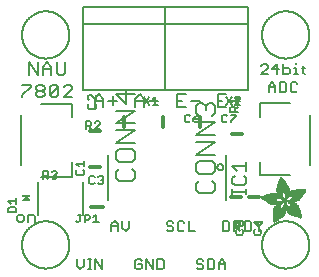
<source format=gbr>
G04 EAGLE Gerber RS-274X export*
G75*
%MOMM*%
%FSLAX34Y34*%
%LPD*%
%INSilkscreen Top*%
%IPPOS*%
%AMOC8*
5,1,8,0,0,1.08239X$1,22.5*%
G01*
%ADD10C,0.152400*%
%ADD11C,0.203200*%
%ADD12C,0.127000*%
%ADD13C,0.304800*%
%ADD14R,0.006300X0.050800*%
%ADD15R,0.006400X0.082600*%
%ADD16R,0.006300X0.120600*%
%ADD17R,0.006400X0.139700*%
%ADD18R,0.006300X0.158800*%
%ADD19R,0.006400X0.177800*%
%ADD20R,0.006300X0.196800*%
%ADD21R,0.006400X0.215900*%
%ADD22R,0.006300X0.228600*%
%ADD23R,0.006400X0.241300*%
%ADD24R,0.006300X0.254000*%
%ADD25R,0.006400X0.266700*%
%ADD26R,0.006300X0.279400*%
%ADD27R,0.006400X0.285700*%
%ADD28R,0.006300X0.298400*%
%ADD29R,0.006400X0.311200*%
%ADD30R,0.006300X0.317500*%
%ADD31R,0.006400X0.330200*%
%ADD32R,0.006300X0.336600*%
%ADD33R,0.006400X0.349200*%
%ADD34R,0.006300X0.361900*%
%ADD35R,0.006400X0.368300*%
%ADD36R,0.006300X0.381000*%
%ADD37R,0.006400X0.387300*%
%ADD38R,0.006300X0.393700*%
%ADD39R,0.006400X0.406400*%
%ADD40R,0.006300X0.412700*%
%ADD41R,0.006400X0.419100*%
%ADD42R,0.006300X0.431800*%
%ADD43R,0.006400X0.438100*%
%ADD44R,0.006300X0.450800*%
%ADD45R,0.006400X0.457200*%
%ADD46R,0.006300X0.463500*%
%ADD47R,0.006400X0.476200*%
%ADD48R,0.006300X0.482600*%
%ADD49R,0.006400X0.488900*%
%ADD50R,0.006300X0.501600*%
%ADD51R,0.006400X0.508000*%
%ADD52R,0.006300X0.514300*%
%ADD53R,0.006400X0.527000*%
%ADD54R,0.006300X0.533400*%
%ADD55R,0.006400X0.546100*%
%ADD56R,0.006300X0.552400*%
%ADD57R,0.006400X0.558800*%
%ADD58R,0.006300X0.571500*%
%ADD59R,0.006400X0.577800*%
%ADD60R,0.006300X0.584200*%
%ADD61R,0.006400X0.596900*%
%ADD62R,0.006300X0.603200*%
%ADD63R,0.006400X0.609600*%
%ADD64R,0.006300X0.622300*%
%ADD65R,0.006400X0.628600*%
%ADD66R,0.006300X0.641300*%
%ADD67R,0.006400X0.647700*%
%ADD68R,0.006300X0.063500*%
%ADD69R,0.006300X0.654000*%
%ADD70R,0.006400X0.101600*%
%ADD71R,0.006400X0.666700*%
%ADD72R,0.006300X0.139700*%
%ADD73R,0.006300X0.673100*%
%ADD74R,0.006400X0.165100*%
%ADD75R,0.006400X0.679400*%
%ADD76R,0.006300X0.196900*%
%ADD77R,0.006300X0.692100*%
%ADD78R,0.006400X0.222200*%
%ADD79R,0.006400X0.698500*%
%ADD80R,0.006300X0.247700*%
%ADD81R,0.006300X0.704800*%
%ADD82R,0.006400X0.279400*%
%ADD83R,0.006400X0.717500*%
%ADD84R,0.006300X0.298500*%
%ADD85R,0.006300X0.723900*%
%ADD86R,0.006400X0.736600*%
%ADD87R,0.006300X0.342900*%
%ADD88R,0.006300X0.742900*%
%ADD89R,0.006400X0.374700*%
%ADD90R,0.006400X0.749300*%
%ADD91R,0.006300X0.762000*%
%ADD92R,0.006400X0.412700*%
%ADD93R,0.006400X0.768300*%
%ADD94R,0.006300X0.438100*%
%ADD95R,0.006300X0.774700*%
%ADD96R,0.006400X0.463600*%
%ADD97R,0.006400X0.787400*%
%ADD98R,0.006300X0.793700*%
%ADD99R,0.006400X0.495300*%
%ADD100R,0.006400X0.800100*%
%ADD101R,0.006300X0.520700*%
%ADD102R,0.006300X0.812800*%
%ADD103R,0.006400X0.533400*%
%ADD104R,0.006400X0.819100*%
%ADD105R,0.006300X0.558800*%
%ADD106R,0.006300X0.825500*%
%ADD107R,0.006400X0.577900*%
%ADD108R,0.006400X0.831800*%
%ADD109R,0.006300X0.596900*%
%ADD110R,0.006300X0.844500*%
%ADD111R,0.006400X0.616000*%
%ADD112R,0.006400X0.850900*%
%ADD113R,0.006300X0.635000*%
%ADD114R,0.006300X0.857200*%
%ADD115R,0.006400X0.654100*%
%ADD116R,0.006400X0.863600*%
%ADD117R,0.006300X0.666700*%
%ADD118R,0.006300X0.869900*%
%ADD119R,0.006400X0.685800*%
%ADD120R,0.006400X0.876300*%
%ADD121R,0.006300X0.882600*%
%ADD122R,0.006400X0.723900*%
%ADD123R,0.006400X0.889000*%
%ADD124R,0.006300X0.895300*%
%ADD125R,0.006400X0.755700*%
%ADD126R,0.006400X0.901700*%
%ADD127R,0.006300X0.908000*%
%ADD128R,0.006400X0.793800*%
%ADD129R,0.006400X0.914400*%
%ADD130R,0.006300X0.806400*%
%ADD131R,0.006300X0.920700*%
%ADD132R,0.006400X0.825500*%
%ADD133R,0.006400X0.927100*%
%ADD134R,0.006300X0.933400*%
%ADD135R,0.006400X0.857300*%
%ADD136R,0.006400X0.939800*%
%ADD137R,0.006300X0.870000*%
%ADD138R,0.006300X0.939800*%
%ADD139R,0.006400X0.946100*%
%ADD140R,0.006300X0.952500*%
%ADD141R,0.006400X0.908000*%
%ADD142R,0.006400X0.958800*%
%ADD143R,0.006300X0.965200*%
%ADD144R,0.006400X0.965200*%
%ADD145R,0.006300X0.971500*%
%ADD146R,0.006400X0.952500*%
%ADD147R,0.006400X0.977900*%
%ADD148R,0.006300X0.958800*%
%ADD149R,0.006300X0.984200*%
%ADD150R,0.006400X0.971500*%
%ADD151R,0.006400X0.984200*%
%ADD152R,0.006300X0.990600*%
%ADD153R,0.006400X0.984300*%
%ADD154R,0.006400X0.996900*%
%ADD155R,0.006300X0.997000*%
%ADD156R,0.006300X0.996900*%
%ADD157R,0.006400X1.003300*%
%ADD158R,0.006300X1.016000*%
%ADD159R,0.006300X1.009600*%
%ADD160R,0.006400X1.016000*%
%ADD161R,0.006400X1.009600*%
%ADD162R,0.006300X1.022300*%
%ADD163R,0.006400X1.028700*%
%ADD164R,0.006300X1.035100*%
%ADD165R,0.006400X1.047800*%
%ADD166R,0.006300X1.054100*%
%ADD167R,0.006300X1.028700*%
%ADD168R,0.006400X1.054100*%
%ADD169R,0.006400X1.035000*%
%ADD170R,0.006300X1.060400*%
%ADD171R,0.006300X1.035000*%
%ADD172R,0.006400X1.060500*%
%ADD173R,0.006400X1.041400*%
%ADD174R,0.006300X1.066800*%
%ADD175R,0.006300X1.041400*%
%ADD176R,0.006400X1.079500*%
%ADD177R,0.006400X1.047700*%
%ADD178R,0.006300X1.085900*%
%ADD179R,0.006300X1.047700*%
%ADD180R,0.006400X1.085800*%
%ADD181R,0.006300X1.092200*%
%ADD182R,0.006400X1.085900*%
%ADD183R,0.006300X1.098600*%
%ADD184R,0.006400X1.098600*%
%ADD185R,0.006400X1.060400*%
%ADD186R,0.006300X1.104900*%
%ADD187R,0.006400X1.104900*%
%ADD188R,0.006400X1.066800*%
%ADD189R,0.006300X1.111200*%
%ADD190R,0.006400X1.117600*%
%ADD191R,0.006300X1.117600*%
%ADD192R,0.006300X1.073100*%
%ADD193R,0.006400X1.073100*%
%ADD194R,0.006300X1.124000*%
%ADD195R,0.006300X1.079500*%
%ADD196R,0.006400X1.123900*%
%ADD197R,0.006300X1.130300*%
%ADD198R,0.006400X1.130300*%
%ADD199R,0.006400X1.136700*%
%ADD200R,0.006300X1.136700*%
%ADD201R,0.006300X1.085800*%
%ADD202R,0.006400X1.136600*%
%ADD203R,0.006300X1.136600*%
%ADD204R,0.006400X1.143000*%
%ADD205R,0.006300X1.143000*%
%ADD206R,0.006300X1.149400*%
%ADD207R,0.006300X1.149300*%
%ADD208R,0.006400X1.149300*%
%ADD209R,0.006400X1.149400*%
%ADD210R,0.006400X1.155700*%
%ADD211R,0.006300X1.155700*%
%ADD212R,0.006300X1.060500*%
%ADD213R,0.006400X2.197100*%
%ADD214R,0.006300X2.197100*%
%ADD215R,0.006300X2.184400*%
%ADD216R,0.006400X2.184400*%
%ADD217R,0.006400X2.171700*%
%ADD218R,0.006300X2.171700*%
%ADD219R,0.006400X1.530300*%
%ADD220R,0.006300X1.505000*%
%ADD221R,0.006400X1.492300*%
%ADD222R,0.006300X1.485900*%
%ADD223R,0.006300X0.565200*%
%ADD224R,0.006400X1.473200*%
%ADD225R,0.006400X0.565200*%
%ADD226R,0.006300X1.460500*%
%ADD227R,0.006400X1.454100*%
%ADD228R,0.006400X0.552400*%
%ADD229R,0.006300X1.441500*%
%ADD230R,0.006300X0.546100*%
%ADD231R,0.006400X1.435100*%
%ADD232R,0.006400X0.539800*%
%ADD233R,0.006300X1.428800*%
%ADD234R,0.006400X1.422400*%
%ADD235R,0.006300X1.409700*%
%ADD236R,0.006300X0.527100*%
%ADD237R,0.006400X1.403300*%
%ADD238R,0.006400X0.527100*%
%ADD239R,0.006300X1.390700*%
%ADD240R,0.006400X1.384300*%
%ADD241R,0.006400X0.520700*%
%ADD242R,0.006300X1.384300*%
%ADD243R,0.006300X0.514400*%
%ADD244R,0.006400X1.371600*%
%ADD245R,0.006300X1.365200*%
%ADD246R,0.006300X0.508000*%
%ADD247R,0.006400X1.352600*%
%ADD248R,0.006400X0.501700*%
%ADD249R,0.006300X0.711200*%
%ADD250R,0.006300X0.603300*%
%ADD251R,0.006300X0.501700*%
%ADD252R,0.006400X0.692100*%
%ADD253R,0.006400X0.571500*%
%ADD254R,0.006300X0.679400*%
%ADD255R,0.006300X0.495300*%
%ADD256R,0.006400X0.673100*%
%ADD257R,0.006300X0.666800*%
%ADD258R,0.006300X0.488900*%
%ADD259R,0.006400X0.660400*%
%ADD260R,0.006400X0.482600*%
%ADD261R,0.006300X0.476200*%
%ADD262R,0.006400X0.654000*%
%ADD263R,0.006400X0.469900*%
%ADD264R,0.006400X0.476300*%
%ADD265R,0.006300X0.647700*%
%ADD266R,0.006300X0.457200*%
%ADD267R,0.006300X0.469900*%
%ADD268R,0.006400X0.641300*%
%ADD269R,0.006400X0.444500*%
%ADD270R,0.006300X0.463600*%
%ADD271R,0.006400X0.635000*%
%ADD272R,0.006400X0.463500*%
%ADD273R,0.006400X0.393700*%
%ADD274R,0.006400X0.450800*%
%ADD275R,0.006300X0.628600*%
%ADD276R,0.006300X0.387400*%
%ADD277R,0.006300X0.450900*%
%ADD278R,0.006400X0.628700*%
%ADD279R,0.006400X0.374600*%
%ADD280R,0.006300X0.368300*%
%ADD281R,0.006300X0.438200*%
%ADD282R,0.006400X0.622300*%
%ADD283R,0.006400X0.355600*%
%ADD284R,0.006400X0.431800*%
%ADD285R,0.006300X0.349300*%
%ADD286R,0.006300X0.425400*%
%ADD287R,0.006300X0.615900*%
%ADD288R,0.006300X0.330200*%
%ADD289R,0.006300X0.419100*%
%ADD290R,0.006300X0.616000*%
%ADD291R,0.006300X0.311200*%
%ADD292R,0.006300X0.406400*%
%ADD293R,0.006400X0.615900*%
%ADD294R,0.006400X0.304800*%
%ADD295R,0.006400X0.158800*%
%ADD296R,0.006300X0.609600*%
%ADD297R,0.006300X0.292100*%
%ADD298R,0.006300X0.235000*%
%ADD299R,0.006400X0.387400*%
%ADD300R,0.006400X0.292100*%
%ADD301R,0.006300X0.336500*%
%ADD302R,0.006300X0.260400*%
%ADD303R,0.006400X0.603300*%
%ADD304R,0.006400X0.260400*%
%ADD305R,0.006400X0.362000*%
%ADD306R,0.006400X0.450900*%
%ADD307R,0.006300X0.355600*%
%ADD308R,0.006400X0.342900*%
%ADD309R,0.006400X0.514300*%
%ADD310R,0.006300X0.234900*%
%ADD311R,0.006300X0.539700*%
%ADD312R,0.006400X0.603200*%
%ADD313R,0.006400X0.234900*%
%ADD314R,0.006400X0.920700*%
%ADD315R,0.006400X0.958900*%
%ADD316R,0.006300X0.215900*%
%ADD317R,0.006400X0.209600*%
%ADD318R,0.006300X0.203200*%
%ADD319R,0.006300X1.003300*%
%ADD320R,0.006400X0.203200*%
%ADD321R,0.006400X0.196900*%
%ADD322R,0.006300X0.190500*%
%ADD323R,0.006400X0.190500*%
%ADD324R,0.006300X0.184200*%
%ADD325R,0.006400X0.590500*%
%ADD326R,0.006400X0.184200*%
%ADD327R,0.006300X0.590500*%
%ADD328R,0.006300X0.177800*%
%ADD329R,0.006400X0.584200*%
%ADD330R,0.006400X1.168400*%
%ADD331R,0.006300X0.171500*%
%ADD332R,0.006300X1.187500*%
%ADD333R,0.006400X1.200100*%
%ADD334R,0.006300X0.577800*%
%ADD335R,0.006300X1.212900*%
%ADD336R,0.006400X1.231900*%
%ADD337R,0.006300X1.250900*%
%ADD338R,0.006400X0.565100*%
%ADD339R,0.006400X0.184100*%
%ADD340R,0.006400X1.263700*%
%ADD341R,0.006300X0.565100*%
%ADD342R,0.006300X1.289100*%
%ADD343R,0.006400X1.314400*%
%ADD344R,0.006300X0.552500*%
%ADD345R,0.006300X1.568500*%
%ADD346R,0.006400X0.552500*%
%ADD347R,0.006400X1.581200*%
%ADD348R,0.006300X1.593800*%
%ADD349R,0.006400X1.606500*%
%ADD350R,0.006300X1.619300*%
%ADD351R,0.006400X0.514400*%
%ADD352R,0.006400X1.638300*%
%ADD353R,0.006300X1.657300*%
%ADD354R,0.006400X2.209800*%
%ADD355R,0.006300X2.425700*%
%ADD356R,0.006400X2.470100*%
%ADD357R,0.006300X2.501900*%
%ADD358R,0.006400X2.533700*%
%ADD359R,0.006300X2.559000*%
%ADD360R,0.006400X2.584500*%
%ADD361R,0.006300X2.609900*%
%ADD362R,0.006400X2.628900*%
%ADD363R,0.006300X2.660600*%
%ADD364R,0.006400X2.673400*%
%ADD365R,0.006300X1.422400*%
%ADD366R,0.006300X1.200200*%
%ADD367R,0.006300X1.365300*%
%ADD368R,0.006400X1.365300*%
%ADD369R,0.006300X1.352500*%
%ADD370R,0.006300X1.098500*%
%ADD371R,0.006400X1.358900*%
%ADD372R,0.006300X1.352600*%
%ADD373R,0.006300X1.358900*%
%ADD374R,0.006300X1.371600*%
%ADD375R,0.006400X1.377900*%
%ADD376R,0.006400X1.397000*%
%ADD377R,0.006300X1.403300*%
%ADD378R,0.006300X0.914400*%
%ADD379R,0.006300X0.876300*%
%ADD380R,0.006300X0.374600*%
%ADD381R,0.006400X1.073200*%
%ADD382R,0.006300X0.374700*%
%ADD383R,0.006400X0.844600*%
%ADD384R,0.006300X0.844600*%
%ADD385R,0.006400X0.831900*%
%ADD386R,0.006400X1.092200*%
%ADD387R,0.006300X0.400000*%
%ADD388R,0.006400X0.819200*%
%ADD389R,0.006400X1.111300*%
%ADD390R,0.006400X0.812800*%
%ADD391R,0.006300X0.800100*%
%ADD392R,0.006300X0.476300*%
%ADD393R,0.006300X1.181100*%
%ADD394R,0.006400X0.501600*%
%ADD395R,0.006400X1.193800*%
%ADD396R,0.006400X0.781000*%
%ADD397R,0.006400X1.238200*%
%ADD398R,0.006300X0.781100*%
%ADD399R,0.006300X1.257300*%
%ADD400R,0.006400X1.295400*%
%ADD401R,0.006300X1.333500*%
%ADD402R,0.006400X0.774700*%
%ADD403R,0.006400X1.866900*%
%ADD404R,0.006300X0.209600*%
%ADD405R,0.006300X1.866900*%
%ADD406R,0.006400X0.768400*%
%ADD407R,0.006400X0.209500*%
%ADD408R,0.006400X1.860600*%
%ADD409R,0.006400X0.762000*%
%ADD410R,0.006300X0.768400*%
%ADD411R,0.006300X1.860600*%
%ADD412R,0.006400X1.860500*%
%ADD413R,0.006300X0.222300*%
%ADD414R,0.006300X1.854200*%
%ADD415R,0.006400X0.235000*%
%ADD416R,0.006400X1.854200*%
%ADD417R,0.006300X0.768300*%
%ADD418R,0.006400X0.260300*%
%ADD419R,0.006400X1.847800*%
%ADD420R,0.006300X0.266700*%
%ADD421R,0.006300X1.847800*%
%ADD422R,0.006400X0.273100*%
%ADD423R,0.006400X1.841500*%
%ADD424R,0.006300X0.285800*%
%ADD425R,0.006300X1.841500*%
%ADD426R,0.006400X0.298500*%
%ADD427R,0.006400X1.835100*%
%ADD428R,0.006300X0.781000*%
%ADD429R,0.006300X0.304800*%
%ADD430R,0.006300X1.835100*%
%ADD431R,0.006400X0.317500*%
%ADD432R,0.006400X1.828800*%
%ADD433R,0.006300X0.787400*%
%ADD434R,0.006300X0.323800*%
%ADD435R,0.006300X1.828800*%
%ADD436R,0.006400X0.793700*%
%ADD437R,0.006400X1.822400*%
%ADD438R,0.006300X0.806500*%
%ADD439R,0.006300X1.822400*%
%ADD440R,0.006400X1.816100*%
%ADD441R,0.006300X0.819100*%
%ADD442R,0.006300X0.387300*%
%ADD443R,0.006300X1.816100*%
%ADD444R,0.006400X1.809800*%
%ADD445R,0.006300X1.803400*%
%ADD446R,0.006400X1.797000*%
%ADD447R,0.006300X0.901700*%
%ADD448R,0.006300X1.797000*%
%ADD449R,0.006400X1.441400*%
%ADD450R,0.006400X1.790700*%
%ADD451R,0.006300X1.447800*%
%ADD452R,0.006300X1.784300*%
%ADD453R,0.006400X1.447800*%
%ADD454R,0.006400X1.784300*%
%ADD455R,0.006300X1.454100*%
%ADD456R,0.006300X1.771700*%
%ADD457R,0.006400X1.460500*%
%ADD458R,0.006400X1.759000*%
%ADD459R,0.006300X1.466800*%
%ADD460R,0.006300X1.752600*%
%ADD461R,0.006400X1.466800*%
%ADD462R,0.006400X1.739900*%
%ADD463R,0.006300X1.473200*%
%ADD464R,0.006300X1.727200*%
%ADD465R,0.006400X1.479500*%
%ADD466R,0.006400X1.714500*%
%ADD467R,0.006300X1.695400*%
%ADD468R,0.006400X1.485900*%
%ADD469R,0.006400X1.682700*%
%ADD470R,0.006300X1.492200*%
%ADD471R,0.006300X1.663700*%
%ADD472R,0.006400X1.498600*%
%ADD473R,0.006400X1.644600*%
%ADD474R,0.006300X1.498600*%
%ADD475R,0.006300X1.619200*%
%ADD476R,0.006400X1.511300*%
%ADD477R,0.006400X1.600200*%
%ADD478R,0.006300X1.517700*%
%ADD479R,0.006300X1.574800*%
%ADD480R,0.006400X1.524000*%
%ADD481R,0.006400X1.555800*%
%ADD482R,0.006300X1.524000*%
%ADD483R,0.006300X1.536700*%
%ADD484R,0.006400X1.530400*%
%ADD485R,0.006400X1.517700*%
%ADD486R,0.006300X1.492300*%
%ADD487R,0.006400X1.549400*%
%ADD488R,0.006400X1.479600*%
%ADD489R,0.006300X1.549400*%
%ADD490R,0.006400X1.555700*%
%ADD491R,0.006300X1.562100*%
%ADD492R,0.006300X0.323900*%
%ADD493R,0.006400X1.568400*%
%ADD494R,0.006400X0.336600*%
%ADD495R,0.006300X1.587500*%
%ADD496R,0.006300X0.971600*%
%ADD497R,0.006400X0.349300*%
%ADD498R,0.006300X1.600200*%
%ADD499R,0.006300X0.920800*%
%ADD500R,0.006400X0.882700*%
%ADD501R,0.006300X1.612900*%
%ADD502R,0.006300X0.362000*%
%ADD503R,0.006400X1.625600*%
%ADD504R,0.006300X1.625600*%
%ADD505R,0.006300X1.644600*%
%ADD506R,0.006300X0.736600*%
%ADD507R,0.006400X0.717600*%
%ADD508R,0.006300X1.657400*%
%ADD509R,0.006300X0.679500*%
%ADD510R,0.006400X1.663700*%
%ADD511R,0.006400X0.400000*%
%ADD512R,0.006300X1.676400*%
%ADD513R,0.006400X1.676400*%
%ADD514R,0.006400X0.425500*%
%ADD515R,0.006400X1.352500*%
%ADD516R,0.006300X0.444500*%
%ADD517R,0.006400X0.361900*%
%ADD518R,0.006300X0.088900*%
%ADD519R,0.006300X1.009700*%
%ADD520R,0.006400X1.009700*%
%ADD521R,0.006400X1.022300*%
%ADD522R,0.006400X1.346200*%
%ADD523R,0.006300X1.346200*%
%ADD524R,0.006400X1.339900*%
%ADD525R,0.006400X1.035100*%
%ADD526R,0.006300X1.339800*%
%ADD527R,0.006400X1.333500*%
%ADD528R,0.006400X1.327200*%
%ADD529R,0.006300X1.320800*%
%ADD530R,0.006400X1.314500*%
%ADD531R,0.006300X1.314400*%
%ADD532R,0.006400X1.301700*%
%ADD533R,0.006300X1.295400*%
%ADD534R,0.006400X1.289000*%
%ADD535R,0.006300X1.276300*%
%ADD536R,0.006300X1.251000*%
%ADD537R,0.006400X1.244600*%
%ADD538R,0.006300X1.231900*%
%ADD539R,0.006400X1.212800*%
%ADD540R,0.006300X1.200100*%
%ADD541R,0.006400X1.187400*%
%ADD542R,0.006300X1.168400*%
%ADD543R,0.006300X1.047800*%
%ADD544R,0.006300X0.977900*%
%ADD545R,0.006400X0.946200*%
%ADD546R,0.006400X0.933400*%
%ADD547R,0.006400X0.895300*%
%ADD548R,0.006300X0.882700*%
%ADD549R,0.006300X0.863600*%
%ADD550R,0.006400X0.857200*%
%ADD551R,0.006300X0.850900*%
%ADD552R,0.006300X0.838200*%
%ADD553R,0.006400X0.806500*%
%ADD554R,0.006300X0.717600*%
%ADD555R,0.006400X0.711200*%
%ADD556R,0.006400X0.641400*%
%ADD557R,0.006300X0.641400*%
%ADD558R,0.006300X0.628700*%
%ADD559R,0.006300X0.590600*%
%ADD560R,0.006400X0.539700*%
%ADD561R,0.006300X0.285700*%
%ADD562R,0.006300X0.222200*%
%ADD563R,0.006300X0.171400*%
%ADD564R,0.006400X0.152400*%
%ADD565R,0.006300X0.133400*%
%ADD566R,0.762000X0.127000*%

G36*
X-39976Y20961D02*
X-39976Y20961D01*
X-39946Y20958D01*
X-39855Y20980D01*
X-39762Y20996D01*
X-39736Y21009D01*
X-39707Y21016D01*
X-39628Y21067D01*
X-39545Y21111D01*
X-39524Y21132D01*
X-39499Y21148D01*
X-39440Y21221D01*
X-39376Y21289D01*
X-39363Y21316D01*
X-39344Y21339D01*
X-39311Y21427D01*
X-39272Y21512D01*
X-39269Y21542D01*
X-39258Y21569D01*
X-39255Y21663D01*
X-39245Y21756D01*
X-39251Y21786D01*
X-39250Y21815D01*
X-39277Y21905D01*
X-39297Y21997D01*
X-39312Y22022D01*
X-39321Y22051D01*
X-39411Y22193D01*
X-41951Y25368D01*
X-42028Y25437D01*
X-42101Y25510D01*
X-42119Y25519D01*
X-42133Y25532D01*
X-42229Y25574D01*
X-42321Y25620D01*
X-42341Y25622D01*
X-42359Y25630D01*
X-42462Y25639D01*
X-42565Y25653D01*
X-42584Y25649D01*
X-42604Y25651D01*
X-42705Y25626D01*
X-42807Y25607D01*
X-42824Y25597D01*
X-42843Y25593D01*
X-42931Y25537D01*
X-43021Y25486D01*
X-43038Y25469D01*
X-43051Y25461D01*
X-43071Y25436D01*
X-43139Y25368D01*
X-45679Y22193D01*
X-45694Y22167D01*
X-45715Y22145D01*
X-45754Y22060D01*
X-45800Y21978D01*
X-45806Y21949D01*
X-45818Y21922D01*
X-45828Y21829D01*
X-45846Y21737D01*
X-45842Y21707D01*
X-45845Y21678D01*
X-45825Y21586D01*
X-45813Y21493D01*
X-45799Y21466D01*
X-45793Y21437D01*
X-45745Y21357D01*
X-45703Y21273D01*
X-45682Y21252D01*
X-45667Y21226D01*
X-45595Y21165D01*
X-45529Y21099D01*
X-45503Y21086D01*
X-45480Y21066D01*
X-45393Y21031D01*
X-45309Y20989D01*
X-45279Y20985D01*
X-45252Y20974D01*
X-45085Y20956D01*
X-40005Y20956D01*
X-39976Y20961D01*
G37*
D10*
X353Y-28060D02*
X353Y-33822D01*
X3235Y-36703D01*
X6116Y-33822D01*
X6116Y-28060D01*
X9709Y-36703D02*
X12590Y-36703D01*
X11149Y-36703D02*
X11149Y-28060D01*
X9709Y-28060D02*
X12590Y-28060D01*
X15945Y-28060D02*
X15945Y-36703D01*
X21708Y-36703D02*
X15945Y-28060D01*
X21708Y-28060D02*
X21708Y-36703D01*
X53916Y-28060D02*
X55356Y-29500D01*
X53916Y-28060D02*
X51035Y-28060D01*
X49594Y-29500D01*
X49594Y-35262D01*
X51035Y-36703D01*
X53916Y-36703D01*
X55356Y-35262D01*
X55356Y-32381D01*
X52475Y-32381D01*
X58949Y-28060D02*
X58949Y-36703D01*
X64712Y-36703D02*
X58949Y-28060D01*
X64712Y-28060D02*
X64712Y-36703D01*
X68305Y-36703D02*
X68305Y-28060D01*
X68305Y-36703D02*
X72626Y-36703D01*
X74067Y-35262D01*
X74067Y-29500D01*
X72626Y-28060D01*
X68305Y-28060D01*
X82026Y2885D02*
X80586Y4325D01*
X77705Y4325D01*
X76264Y2885D01*
X76264Y1444D01*
X77705Y4D01*
X80586Y4D01*
X82026Y-1437D01*
X82026Y-2877D01*
X80586Y-4318D01*
X77705Y-4318D01*
X76264Y-2877D01*
X89941Y4325D02*
X91382Y2885D01*
X89941Y4325D02*
X87060Y4325D01*
X85619Y2885D01*
X85619Y-2877D01*
X87060Y-4318D01*
X89941Y-4318D01*
X91382Y-2877D01*
X94975Y-4318D02*
X94975Y4325D01*
X94975Y-4318D02*
X100737Y-4318D01*
X105986Y-28060D02*
X107426Y-29500D01*
X105986Y-28060D02*
X103105Y-28060D01*
X101664Y-29500D01*
X101664Y-30941D01*
X103105Y-32381D01*
X105986Y-32381D01*
X107426Y-33822D01*
X107426Y-35262D01*
X105986Y-36703D01*
X103105Y-36703D01*
X101664Y-35262D01*
X111019Y-36703D02*
X111019Y-28060D01*
X111019Y-36703D02*
X115341Y-36703D01*
X116782Y-35262D01*
X116782Y-29500D01*
X115341Y-28060D01*
X111019Y-28060D01*
X120375Y-30941D02*
X120375Y-36703D01*
X120375Y-30941D02*
X123256Y-28060D01*
X126137Y-30941D01*
X126137Y-36703D01*
X126137Y-32381D02*
X120375Y-32381D01*
X123657Y-4318D02*
X123657Y4325D01*
X123657Y-4318D02*
X127978Y-4318D01*
X129419Y-2877D01*
X129419Y2885D01*
X127978Y4325D01*
X123657Y4325D01*
X133012Y4325D02*
X133012Y-4318D01*
X133012Y4325D02*
X137334Y4325D01*
X138774Y2885D01*
X138774Y4D01*
X137334Y-1437D01*
X133012Y-1437D01*
X135893Y-1437D02*
X138774Y-4318D01*
X142367Y-4318D02*
X142367Y4325D01*
X142367Y-4318D02*
X146689Y-4318D01*
X148129Y-2877D01*
X148129Y2885D01*
X146689Y4325D01*
X142367Y4325D01*
X151722Y4325D02*
X151722Y2885D01*
X154603Y4D01*
X157484Y2885D01*
X157484Y4325D01*
X154603Y4D02*
X154603Y-4318D01*
D11*
X-40020Y128016D02*
X-40020Y138693D01*
X-32902Y128016D01*
X-32902Y138693D01*
X-28326Y135134D02*
X-28326Y128016D01*
X-28326Y135134D02*
X-24767Y138693D01*
X-21208Y135134D01*
X-21208Y128016D01*
X-21208Y133355D02*
X-28326Y133355D01*
X-16632Y129796D02*
X-16632Y138693D01*
X-16632Y129796D02*
X-14853Y128016D01*
X-11293Y128016D01*
X-9514Y129796D01*
X-9514Y138693D01*
X-38749Y119643D02*
X-45867Y119643D01*
X-38749Y119643D02*
X-38749Y117864D01*
X-45867Y110746D01*
X-45867Y108966D01*
X-34173Y117864D02*
X-32394Y119643D01*
X-28834Y119643D01*
X-27055Y117864D01*
X-27055Y116084D01*
X-28834Y114305D01*
X-27055Y112525D01*
X-27055Y110746D01*
X-28834Y108966D01*
X-32394Y108966D01*
X-34173Y110746D01*
X-34173Y112525D01*
X-32394Y114305D01*
X-34173Y116084D01*
X-34173Y117864D01*
X-32394Y114305D02*
X-28834Y114305D01*
X-22479Y110746D02*
X-22479Y117864D01*
X-20700Y119643D01*
X-17140Y119643D01*
X-15361Y117864D01*
X-15361Y110746D01*
X-17140Y108966D01*
X-20700Y108966D01*
X-22479Y110746D01*
X-15361Y117864D01*
X-10785Y108966D02*
X-3667Y108966D01*
X-10785Y108966D02*
X-3667Y116084D01*
X-3667Y117864D01*
X-5447Y119643D01*
X-9006Y119643D01*
X-10785Y117864D01*
D10*
X156387Y128397D02*
X162150Y128397D01*
X162150Y134159D02*
X156387Y128397D01*
X162150Y134159D02*
X162150Y135600D01*
X160709Y137040D01*
X157828Y137040D01*
X156387Y135600D01*
X170064Y137040D02*
X170064Y128397D01*
X165743Y132719D02*
X170064Y137040D01*
X171505Y132719D02*
X165743Y132719D01*
X175098Y137040D02*
X175098Y128397D01*
X179420Y128397D01*
X180860Y129838D01*
X180860Y132719D01*
X179420Y134159D01*
X175098Y134159D01*
X184453Y134159D02*
X185894Y134159D01*
X185894Y128397D01*
X187334Y128397D02*
X184453Y128397D01*
X185894Y137040D02*
X185894Y138481D01*
X192130Y135600D02*
X192130Y129838D01*
X193571Y128397D01*
X193571Y134159D02*
X190690Y134159D01*
X162624Y118919D02*
X162624Y113157D01*
X162624Y118919D02*
X165505Y121800D01*
X168386Y118919D01*
X168386Y113157D01*
X168386Y117479D02*
X162624Y117479D01*
X171979Y121800D02*
X171979Y113157D01*
X176301Y113157D01*
X177742Y114598D01*
X177742Y120360D01*
X176301Y121800D01*
X171979Y121800D01*
X185656Y121800D02*
X187097Y120360D01*
X185656Y121800D02*
X182775Y121800D01*
X181335Y120360D01*
X181335Y114598D01*
X182775Y113157D01*
X185656Y113157D01*
X187097Y114598D01*
D12*
X-46012Y3810D02*
X-48977Y3810D01*
X-46012Y3810D02*
X-44529Y5293D01*
X-44529Y8259D01*
X-46012Y9742D01*
X-48977Y9742D01*
X-50460Y8259D01*
X-50460Y5293D01*
X-48977Y3810D01*
X-41105Y3810D02*
X-41105Y9742D01*
X-36656Y9742D01*
X-35173Y8259D01*
X-35173Y3810D01*
D10*
X119507Y111643D02*
X126964Y111643D01*
X119507Y111643D02*
X119507Y100457D01*
X126964Y100457D01*
X123236Y106050D02*
X119507Y106050D01*
X131201Y106050D02*
X138658Y106050D01*
X134929Y109778D02*
X134929Y102321D01*
X15367Y100457D02*
X15367Y107914D01*
X19096Y111643D01*
X22824Y107914D01*
X22824Y100457D01*
X22824Y106050D02*
X15367Y106050D01*
X27061Y106050D02*
X34518Y106050D01*
X30789Y109778D02*
X30789Y102321D01*
X49657Y100457D02*
X49657Y107914D01*
X53386Y111643D01*
X57114Y107914D01*
X57114Y100457D01*
X57114Y106050D02*
X49657Y106050D01*
X61351Y106050D02*
X68808Y106050D01*
X85217Y111643D02*
X92674Y111643D01*
X85217Y111643D02*
X85217Y100457D01*
X92674Y100457D01*
X88946Y106050D02*
X85217Y106050D01*
X96911Y106050D02*
X104368Y106050D01*
X29507Y1444D02*
X29507Y-4318D01*
X29507Y1444D02*
X32388Y4325D01*
X35269Y1444D01*
X35269Y-4318D01*
X35269Y4D02*
X29507Y4D01*
X38862Y-1437D02*
X38862Y4325D01*
X38862Y-1437D02*
X41743Y-4318D01*
X44624Y-1437D01*
X44624Y4325D01*
D13*
X22860Y15875D02*
X12700Y15875D01*
D10*
X15328Y41195D02*
X14227Y42297D01*
X12024Y42297D01*
X10922Y41195D01*
X10922Y36789D01*
X12024Y35687D01*
X14227Y35687D01*
X15328Y36789D01*
X18406Y41195D02*
X19508Y42297D01*
X21711Y42297D01*
X22813Y41195D01*
X22813Y40093D01*
X21711Y38992D01*
X20609Y38992D01*
X21711Y38992D02*
X22813Y37890D01*
X22813Y36789D01*
X21711Y35687D01*
X19508Y35687D01*
X18406Y36789D01*
D13*
X19875Y50165D02*
X11875Y50165D01*
D10*
X715Y47713D02*
X-387Y46612D01*
X-387Y44409D01*
X715Y43307D01*
X5121Y43307D01*
X6223Y44409D01*
X6223Y46612D01*
X5121Y47713D01*
X1817Y50791D02*
X-387Y52994D01*
X6223Y52994D01*
X6223Y50791D02*
X6223Y55198D01*
D11*
X5665Y37495D02*
X5665Y9495D01*
X-32335Y9495D02*
X-32335Y37495D01*
D10*
X-28573Y40257D02*
X-28573Y46867D01*
X-25268Y46867D01*
X-24167Y45765D01*
X-24167Y43562D01*
X-25268Y42460D01*
X-28573Y42460D01*
X-26370Y42460D02*
X-24167Y40257D01*
X-21089Y45765D02*
X-19987Y46867D01*
X-17784Y46867D01*
X-16682Y45765D01*
X-16682Y44663D01*
X-17784Y43562D01*
X-18886Y43562D01*
X-17784Y43562D02*
X-16682Y42460D01*
X-16682Y41359D01*
X-17784Y40257D01*
X-19987Y40257D01*
X-21089Y41359D01*
X-635Y4277D02*
X467Y3175D01*
X1568Y3175D01*
X2670Y4277D01*
X2670Y9785D01*
X3771Y9785D02*
X1568Y9785D01*
X6849Y9785D02*
X6849Y3175D01*
X6849Y9785D02*
X10154Y9785D01*
X11256Y8683D01*
X11256Y6480D01*
X10154Y5378D01*
X6849Y5378D01*
X14333Y7581D02*
X16537Y9785D01*
X16537Y3175D01*
X18740Y3175D02*
X14333Y3175D01*
D11*
X-46035Y161925D02*
X-46029Y162416D01*
X-46011Y162906D01*
X-45981Y163396D01*
X-45939Y163885D01*
X-45885Y164373D01*
X-45819Y164860D01*
X-45741Y165344D01*
X-45651Y165827D01*
X-45549Y166307D01*
X-45436Y166785D01*
X-45311Y167259D01*
X-45174Y167731D01*
X-45026Y168199D01*
X-44866Y168663D01*
X-44695Y169123D01*
X-44513Y169579D01*
X-44319Y170030D01*
X-44115Y170476D01*
X-43899Y170917D01*
X-43673Y171353D01*
X-43437Y171783D01*
X-43190Y172207D01*
X-42932Y172625D01*
X-42664Y173036D01*
X-42387Y173441D01*
X-42099Y173839D01*
X-41802Y174230D01*
X-41495Y174613D01*
X-41179Y174988D01*
X-40854Y175356D01*
X-40520Y175716D01*
X-40177Y176067D01*
X-39826Y176410D01*
X-39466Y176744D01*
X-39098Y177069D01*
X-38723Y177385D01*
X-38340Y177692D01*
X-37949Y177989D01*
X-37551Y178277D01*
X-37146Y178554D01*
X-36735Y178822D01*
X-36317Y179080D01*
X-35893Y179327D01*
X-35463Y179563D01*
X-35027Y179789D01*
X-34586Y180005D01*
X-34140Y180209D01*
X-33689Y180403D01*
X-33233Y180585D01*
X-32773Y180756D01*
X-32309Y180916D01*
X-31841Y181064D01*
X-31369Y181201D01*
X-30895Y181326D01*
X-30417Y181439D01*
X-29937Y181541D01*
X-29454Y181631D01*
X-28970Y181709D01*
X-28483Y181775D01*
X-27995Y181829D01*
X-27506Y181871D01*
X-27016Y181901D01*
X-26526Y181919D01*
X-26035Y181925D01*
X-25544Y181919D01*
X-25054Y181901D01*
X-24564Y181871D01*
X-24075Y181829D01*
X-23587Y181775D01*
X-23100Y181709D01*
X-22616Y181631D01*
X-22133Y181541D01*
X-21653Y181439D01*
X-21175Y181326D01*
X-20701Y181201D01*
X-20229Y181064D01*
X-19761Y180916D01*
X-19297Y180756D01*
X-18837Y180585D01*
X-18381Y180403D01*
X-17930Y180209D01*
X-17484Y180005D01*
X-17043Y179789D01*
X-16607Y179563D01*
X-16177Y179327D01*
X-15753Y179080D01*
X-15335Y178822D01*
X-14924Y178554D01*
X-14519Y178277D01*
X-14121Y177989D01*
X-13730Y177692D01*
X-13347Y177385D01*
X-12972Y177069D01*
X-12604Y176744D01*
X-12244Y176410D01*
X-11893Y176067D01*
X-11550Y175716D01*
X-11216Y175356D01*
X-10891Y174988D01*
X-10575Y174613D01*
X-10268Y174230D01*
X-9971Y173839D01*
X-9683Y173441D01*
X-9406Y173036D01*
X-9138Y172625D01*
X-8880Y172207D01*
X-8633Y171783D01*
X-8397Y171353D01*
X-8171Y170917D01*
X-7955Y170476D01*
X-7751Y170030D01*
X-7557Y169579D01*
X-7375Y169123D01*
X-7204Y168663D01*
X-7044Y168199D01*
X-6896Y167731D01*
X-6759Y167259D01*
X-6634Y166785D01*
X-6521Y166307D01*
X-6419Y165827D01*
X-6329Y165344D01*
X-6251Y164860D01*
X-6185Y164373D01*
X-6131Y163885D01*
X-6089Y163396D01*
X-6059Y162906D01*
X-6041Y162416D01*
X-6035Y161925D01*
X-6041Y161434D01*
X-6059Y160944D01*
X-6089Y160454D01*
X-6131Y159965D01*
X-6185Y159477D01*
X-6251Y158990D01*
X-6329Y158506D01*
X-6419Y158023D01*
X-6521Y157543D01*
X-6634Y157065D01*
X-6759Y156591D01*
X-6896Y156119D01*
X-7044Y155651D01*
X-7204Y155187D01*
X-7375Y154727D01*
X-7557Y154271D01*
X-7751Y153820D01*
X-7955Y153374D01*
X-8171Y152933D01*
X-8397Y152497D01*
X-8633Y152067D01*
X-8880Y151643D01*
X-9138Y151225D01*
X-9406Y150814D01*
X-9683Y150409D01*
X-9971Y150011D01*
X-10268Y149620D01*
X-10575Y149237D01*
X-10891Y148862D01*
X-11216Y148494D01*
X-11550Y148134D01*
X-11893Y147783D01*
X-12244Y147440D01*
X-12604Y147106D01*
X-12972Y146781D01*
X-13347Y146465D01*
X-13730Y146158D01*
X-14121Y145861D01*
X-14519Y145573D01*
X-14924Y145296D01*
X-15335Y145028D01*
X-15753Y144770D01*
X-16177Y144523D01*
X-16607Y144287D01*
X-17043Y144061D01*
X-17484Y143845D01*
X-17930Y143641D01*
X-18381Y143447D01*
X-18837Y143265D01*
X-19297Y143094D01*
X-19761Y142934D01*
X-20229Y142786D01*
X-20701Y142649D01*
X-21175Y142524D01*
X-21653Y142411D01*
X-22133Y142309D01*
X-22616Y142219D01*
X-23100Y142141D01*
X-23587Y142075D01*
X-24075Y142021D01*
X-24564Y141979D01*
X-25054Y141949D01*
X-25544Y141931D01*
X-26035Y141925D01*
X-26526Y141931D01*
X-27016Y141949D01*
X-27506Y141979D01*
X-27995Y142021D01*
X-28483Y142075D01*
X-28970Y142141D01*
X-29454Y142219D01*
X-29937Y142309D01*
X-30417Y142411D01*
X-30895Y142524D01*
X-31369Y142649D01*
X-31841Y142786D01*
X-32309Y142934D01*
X-32773Y143094D01*
X-33233Y143265D01*
X-33689Y143447D01*
X-34140Y143641D01*
X-34586Y143845D01*
X-35027Y144061D01*
X-35463Y144287D01*
X-35893Y144523D01*
X-36317Y144770D01*
X-36735Y145028D01*
X-37146Y145296D01*
X-37551Y145573D01*
X-37949Y145861D01*
X-38340Y146158D01*
X-38723Y146465D01*
X-39098Y146781D01*
X-39466Y147106D01*
X-39826Y147440D01*
X-40177Y147783D01*
X-40520Y148134D01*
X-40854Y148494D01*
X-41179Y148862D01*
X-41495Y149237D01*
X-41802Y149620D01*
X-42099Y150011D01*
X-42387Y150409D01*
X-42664Y150814D01*
X-42932Y151225D01*
X-43190Y151643D01*
X-43437Y152067D01*
X-43673Y152497D01*
X-43899Y152933D01*
X-44115Y153374D01*
X-44319Y153820D01*
X-44513Y154271D01*
X-44695Y154727D01*
X-44866Y155187D01*
X-45026Y155651D01*
X-45174Y156119D01*
X-45311Y156591D01*
X-45436Y157065D01*
X-45549Y157543D01*
X-45651Y158023D01*
X-45741Y158506D01*
X-45819Y158990D01*
X-45885Y159477D01*
X-45939Y159965D01*
X-45981Y160454D01*
X-46011Y160944D01*
X-46029Y161434D01*
X-46035Y161925D01*
X157165Y161925D02*
X157171Y162416D01*
X157189Y162906D01*
X157219Y163396D01*
X157261Y163885D01*
X157315Y164373D01*
X157381Y164860D01*
X157459Y165344D01*
X157549Y165827D01*
X157651Y166307D01*
X157764Y166785D01*
X157889Y167259D01*
X158026Y167731D01*
X158174Y168199D01*
X158334Y168663D01*
X158505Y169123D01*
X158687Y169579D01*
X158881Y170030D01*
X159085Y170476D01*
X159301Y170917D01*
X159527Y171353D01*
X159763Y171783D01*
X160010Y172207D01*
X160268Y172625D01*
X160536Y173036D01*
X160813Y173441D01*
X161101Y173839D01*
X161398Y174230D01*
X161705Y174613D01*
X162021Y174988D01*
X162346Y175356D01*
X162680Y175716D01*
X163023Y176067D01*
X163374Y176410D01*
X163734Y176744D01*
X164102Y177069D01*
X164477Y177385D01*
X164860Y177692D01*
X165251Y177989D01*
X165649Y178277D01*
X166054Y178554D01*
X166465Y178822D01*
X166883Y179080D01*
X167307Y179327D01*
X167737Y179563D01*
X168173Y179789D01*
X168614Y180005D01*
X169060Y180209D01*
X169511Y180403D01*
X169967Y180585D01*
X170427Y180756D01*
X170891Y180916D01*
X171359Y181064D01*
X171831Y181201D01*
X172305Y181326D01*
X172783Y181439D01*
X173263Y181541D01*
X173746Y181631D01*
X174230Y181709D01*
X174717Y181775D01*
X175205Y181829D01*
X175694Y181871D01*
X176184Y181901D01*
X176674Y181919D01*
X177165Y181925D01*
X177656Y181919D01*
X178146Y181901D01*
X178636Y181871D01*
X179125Y181829D01*
X179613Y181775D01*
X180100Y181709D01*
X180584Y181631D01*
X181067Y181541D01*
X181547Y181439D01*
X182025Y181326D01*
X182499Y181201D01*
X182971Y181064D01*
X183439Y180916D01*
X183903Y180756D01*
X184363Y180585D01*
X184819Y180403D01*
X185270Y180209D01*
X185716Y180005D01*
X186157Y179789D01*
X186593Y179563D01*
X187023Y179327D01*
X187447Y179080D01*
X187865Y178822D01*
X188276Y178554D01*
X188681Y178277D01*
X189079Y177989D01*
X189470Y177692D01*
X189853Y177385D01*
X190228Y177069D01*
X190596Y176744D01*
X190956Y176410D01*
X191307Y176067D01*
X191650Y175716D01*
X191984Y175356D01*
X192309Y174988D01*
X192625Y174613D01*
X192932Y174230D01*
X193229Y173839D01*
X193517Y173441D01*
X193794Y173036D01*
X194062Y172625D01*
X194320Y172207D01*
X194567Y171783D01*
X194803Y171353D01*
X195029Y170917D01*
X195245Y170476D01*
X195449Y170030D01*
X195643Y169579D01*
X195825Y169123D01*
X195996Y168663D01*
X196156Y168199D01*
X196304Y167731D01*
X196441Y167259D01*
X196566Y166785D01*
X196679Y166307D01*
X196781Y165827D01*
X196871Y165344D01*
X196949Y164860D01*
X197015Y164373D01*
X197069Y163885D01*
X197111Y163396D01*
X197141Y162906D01*
X197159Y162416D01*
X197165Y161925D01*
X197159Y161434D01*
X197141Y160944D01*
X197111Y160454D01*
X197069Y159965D01*
X197015Y159477D01*
X196949Y158990D01*
X196871Y158506D01*
X196781Y158023D01*
X196679Y157543D01*
X196566Y157065D01*
X196441Y156591D01*
X196304Y156119D01*
X196156Y155651D01*
X195996Y155187D01*
X195825Y154727D01*
X195643Y154271D01*
X195449Y153820D01*
X195245Y153374D01*
X195029Y152933D01*
X194803Y152497D01*
X194567Y152067D01*
X194320Y151643D01*
X194062Y151225D01*
X193794Y150814D01*
X193517Y150409D01*
X193229Y150011D01*
X192932Y149620D01*
X192625Y149237D01*
X192309Y148862D01*
X191984Y148494D01*
X191650Y148134D01*
X191307Y147783D01*
X190956Y147440D01*
X190596Y147106D01*
X190228Y146781D01*
X189853Y146465D01*
X189470Y146158D01*
X189079Y145861D01*
X188681Y145573D01*
X188276Y145296D01*
X187865Y145028D01*
X187447Y144770D01*
X187023Y144523D01*
X186593Y144287D01*
X186157Y144061D01*
X185716Y143845D01*
X185270Y143641D01*
X184819Y143447D01*
X184363Y143265D01*
X183903Y143094D01*
X183439Y142934D01*
X182971Y142786D01*
X182499Y142649D01*
X182025Y142524D01*
X181547Y142411D01*
X181067Y142309D01*
X180584Y142219D01*
X180100Y142141D01*
X179613Y142075D01*
X179125Y142021D01*
X178636Y141979D01*
X178146Y141949D01*
X177656Y141931D01*
X177165Y141925D01*
X176674Y141931D01*
X176184Y141949D01*
X175694Y141979D01*
X175205Y142021D01*
X174717Y142075D01*
X174230Y142141D01*
X173746Y142219D01*
X173263Y142309D01*
X172783Y142411D01*
X172305Y142524D01*
X171831Y142649D01*
X171359Y142786D01*
X170891Y142934D01*
X170427Y143094D01*
X169967Y143265D01*
X169511Y143447D01*
X169060Y143641D01*
X168614Y143845D01*
X168173Y144061D01*
X167737Y144287D01*
X167307Y144523D01*
X166883Y144770D01*
X166465Y145028D01*
X166054Y145296D01*
X165649Y145573D01*
X165251Y145861D01*
X164860Y146158D01*
X164477Y146465D01*
X164102Y146781D01*
X163734Y147106D01*
X163374Y147440D01*
X163023Y147783D01*
X162680Y148134D01*
X162346Y148494D01*
X162021Y148862D01*
X161705Y149237D01*
X161398Y149620D01*
X161101Y150011D01*
X160813Y150409D01*
X160536Y150814D01*
X160268Y151225D01*
X160010Y151643D01*
X159763Y152067D01*
X159527Y152497D01*
X159301Y152933D01*
X159085Y153374D01*
X158881Y153820D01*
X158687Y154271D01*
X158505Y154727D01*
X158334Y155187D01*
X158174Y155651D01*
X158026Y156119D01*
X157889Y156591D01*
X157764Y157065D01*
X157651Y157543D01*
X157549Y158023D01*
X157459Y158506D01*
X157381Y158990D01*
X157315Y159477D01*
X157261Y159965D01*
X157219Y160454D01*
X157189Y160944D01*
X157171Y161434D01*
X157165Y161925D01*
D10*
X155025Y43025D02*
X181025Y43025D01*
X155025Y43025D02*
X155025Y54025D01*
X155025Y92025D02*
X155025Y104025D01*
X181025Y104025D01*
X198025Y94025D02*
X198025Y52025D01*
X103845Y38634D02*
X101133Y35922D01*
X101133Y30499D01*
X103845Y27787D01*
X114691Y27787D01*
X117403Y30499D01*
X117403Y35922D01*
X114691Y38634D01*
X101133Y46870D02*
X101133Y52294D01*
X101133Y46870D02*
X103845Y44159D01*
X114691Y44159D01*
X117403Y46870D01*
X117403Y52294D01*
X114691Y55005D01*
X103845Y55005D01*
X101133Y52294D01*
X101133Y60530D02*
X117403Y60530D01*
X117403Y71377D02*
X101133Y60530D01*
X101133Y71377D02*
X117403Y71377D01*
X117403Y76902D02*
X101133Y76902D01*
X117403Y87748D01*
X101133Y87748D01*
X103845Y93273D02*
X101133Y95985D01*
X101133Y101408D01*
X103845Y104120D01*
X106556Y104120D01*
X109268Y101408D01*
X109268Y98697D01*
X109268Y101408D02*
X111980Y104120D01*
X114691Y104120D01*
X117403Y101408D01*
X117403Y95985D01*
X114691Y93273D01*
X-3895Y103025D02*
X-29895Y103025D01*
X-3895Y103025D02*
X-3895Y92025D01*
X-3895Y54025D02*
X-3895Y42025D01*
X-29895Y42025D01*
X-46895Y52025D02*
X-46895Y94025D01*
X33713Y46064D02*
X36425Y48776D01*
X33713Y46064D02*
X33713Y40641D01*
X36425Y37929D01*
X47271Y37929D01*
X49983Y40641D01*
X49983Y46064D01*
X47271Y48776D01*
X33713Y57012D02*
X33713Y62436D01*
X33713Y57012D02*
X36425Y54301D01*
X47271Y54301D01*
X49983Y57012D01*
X49983Y62436D01*
X47271Y65147D01*
X36425Y65147D01*
X33713Y62436D01*
X33713Y70672D02*
X49983Y70672D01*
X49983Y81519D02*
X33713Y70672D01*
X33713Y81519D02*
X49983Y81519D01*
X49983Y87044D02*
X33713Y87044D01*
X49983Y97890D01*
X33713Y97890D01*
X33713Y111550D02*
X49983Y111550D01*
X41848Y103415D02*
X33713Y111550D01*
X41848Y114262D02*
X41848Y103415D01*
D11*
X-46035Y-15875D02*
X-46029Y-15384D01*
X-46011Y-14894D01*
X-45981Y-14404D01*
X-45939Y-13915D01*
X-45885Y-13427D01*
X-45819Y-12940D01*
X-45741Y-12456D01*
X-45651Y-11973D01*
X-45549Y-11493D01*
X-45436Y-11015D01*
X-45311Y-10541D01*
X-45174Y-10069D01*
X-45026Y-9601D01*
X-44866Y-9137D01*
X-44695Y-8677D01*
X-44513Y-8221D01*
X-44319Y-7770D01*
X-44115Y-7324D01*
X-43899Y-6883D01*
X-43673Y-6447D01*
X-43437Y-6017D01*
X-43190Y-5593D01*
X-42932Y-5175D01*
X-42664Y-4764D01*
X-42387Y-4359D01*
X-42099Y-3961D01*
X-41802Y-3570D01*
X-41495Y-3187D01*
X-41179Y-2812D01*
X-40854Y-2444D01*
X-40520Y-2084D01*
X-40177Y-1733D01*
X-39826Y-1390D01*
X-39466Y-1056D01*
X-39098Y-731D01*
X-38723Y-415D01*
X-38340Y-108D01*
X-37949Y189D01*
X-37551Y477D01*
X-37146Y754D01*
X-36735Y1022D01*
X-36317Y1280D01*
X-35893Y1527D01*
X-35463Y1763D01*
X-35027Y1989D01*
X-34586Y2205D01*
X-34140Y2409D01*
X-33689Y2603D01*
X-33233Y2785D01*
X-32773Y2956D01*
X-32309Y3116D01*
X-31841Y3264D01*
X-31369Y3401D01*
X-30895Y3526D01*
X-30417Y3639D01*
X-29937Y3741D01*
X-29454Y3831D01*
X-28970Y3909D01*
X-28483Y3975D01*
X-27995Y4029D01*
X-27506Y4071D01*
X-27016Y4101D01*
X-26526Y4119D01*
X-26035Y4125D01*
X-25544Y4119D01*
X-25054Y4101D01*
X-24564Y4071D01*
X-24075Y4029D01*
X-23587Y3975D01*
X-23100Y3909D01*
X-22616Y3831D01*
X-22133Y3741D01*
X-21653Y3639D01*
X-21175Y3526D01*
X-20701Y3401D01*
X-20229Y3264D01*
X-19761Y3116D01*
X-19297Y2956D01*
X-18837Y2785D01*
X-18381Y2603D01*
X-17930Y2409D01*
X-17484Y2205D01*
X-17043Y1989D01*
X-16607Y1763D01*
X-16177Y1527D01*
X-15753Y1280D01*
X-15335Y1022D01*
X-14924Y754D01*
X-14519Y477D01*
X-14121Y189D01*
X-13730Y-108D01*
X-13347Y-415D01*
X-12972Y-731D01*
X-12604Y-1056D01*
X-12244Y-1390D01*
X-11893Y-1733D01*
X-11550Y-2084D01*
X-11216Y-2444D01*
X-10891Y-2812D01*
X-10575Y-3187D01*
X-10268Y-3570D01*
X-9971Y-3961D01*
X-9683Y-4359D01*
X-9406Y-4764D01*
X-9138Y-5175D01*
X-8880Y-5593D01*
X-8633Y-6017D01*
X-8397Y-6447D01*
X-8171Y-6883D01*
X-7955Y-7324D01*
X-7751Y-7770D01*
X-7557Y-8221D01*
X-7375Y-8677D01*
X-7204Y-9137D01*
X-7044Y-9601D01*
X-6896Y-10069D01*
X-6759Y-10541D01*
X-6634Y-11015D01*
X-6521Y-11493D01*
X-6419Y-11973D01*
X-6329Y-12456D01*
X-6251Y-12940D01*
X-6185Y-13427D01*
X-6131Y-13915D01*
X-6089Y-14404D01*
X-6059Y-14894D01*
X-6041Y-15384D01*
X-6035Y-15875D01*
X-6041Y-16366D01*
X-6059Y-16856D01*
X-6089Y-17346D01*
X-6131Y-17835D01*
X-6185Y-18323D01*
X-6251Y-18810D01*
X-6329Y-19294D01*
X-6419Y-19777D01*
X-6521Y-20257D01*
X-6634Y-20735D01*
X-6759Y-21209D01*
X-6896Y-21681D01*
X-7044Y-22149D01*
X-7204Y-22613D01*
X-7375Y-23073D01*
X-7557Y-23529D01*
X-7751Y-23980D01*
X-7955Y-24426D01*
X-8171Y-24867D01*
X-8397Y-25303D01*
X-8633Y-25733D01*
X-8880Y-26157D01*
X-9138Y-26575D01*
X-9406Y-26986D01*
X-9683Y-27391D01*
X-9971Y-27789D01*
X-10268Y-28180D01*
X-10575Y-28563D01*
X-10891Y-28938D01*
X-11216Y-29306D01*
X-11550Y-29666D01*
X-11893Y-30017D01*
X-12244Y-30360D01*
X-12604Y-30694D01*
X-12972Y-31019D01*
X-13347Y-31335D01*
X-13730Y-31642D01*
X-14121Y-31939D01*
X-14519Y-32227D01*
X-14924Y-32504D01*
X-15335Y-32772D01*
X-15753Y-33030D01*
X-16177Y-33277D01*
X-16607Y-33513D01*
X-17043Y-33739D01*
X-17484Y-33955D01*
X-17930Y-34159D01*
X-18381Y-34353D01*
X-18837Y-34535D01*
X-19297Y-34706D01*
X-19761Y-34866D01*
X-20229Y-35014D01*
X-20701Y-35151D01*
X-21175Y-35276D01*
X-21653Y-35389D01*
X-22133Y-35491D01*
X-22616Y-35581D01*
X-23100Y-35659D01*
X-23587Y-35725D01*
X-24075Y-35779D01*
X-24564Y-35821D01*
X-25054Y-35851D01*
X-25544Y-35869D01*
X-26035Y-35875D01*
X-26526Y-35869D01*
X-27016Y-35851D01*
X-27506Y-35821D01*
X-27995Y-35779D01*
X-28483Y-35725D01*
X-28970Y-35659D01*
X-29454Y-35581D01*
X-29937Y-35491D01*
X-30417Y-35389D01*
X-30895Y-35276D01*
X-31369Y-35151D01*
X-31841Y-35014D01*
X-32309Y-34866D01*
X-32773Y-34706D01*
X-33233Y-34535D01*
X-33689Y-34353D01*
X-34140Y-34159D01*
X-34586Y-33955D01*
X-35027Y-33739D01*
X-35463Y-33513D01*
X-35893Y-33277D01*
X-36317Y-33030D01*
X-36735Y-32772D01*
X-37146Y-32504D01*
X-37551Y-32227D01*
X-37949Y-31939D01*
X-38340Y-31642D01*
X-38723Y-31335D01*
X-39098Y-31019D01*
X-39466Y-30694D01*
X-39826Y-30360D01*
X-40177Y-30017D01*
X-40520Y-29666D01*
X-40854Y-29306D01*
X-41179Y-28938D01*
X-41495Y-28563D01*
X-41802Y-28180D01*
X-42099Y-27789D01*
X-42387Y-27391D01*
X-42664Y-26986D01*
X-42932Y-26575D01*
X-43190Y-26157D01*
X-43437Y-25733D01*
X-43673Y-25303D01*
X-43899Y-24867D01*
X-44115Y-24426D01*
X-44319Y-23980D01*
X-44513Y-23529D01*
X-44695Y-23073D01*
X-44866Y-22613D01*
X-45026Y-22149D01*
X-45174Y-21681D01*
X-45311Y-21209D01*
X-45436Y-20735D01*
X-45549Y-20257D01*
X-45651Y-19777D01*
X-45741Y-19294D01*
X-45819Y-18810D01*
X-45885Y-18323D01*
X-45939Y-17835D01*
X-45981Y-17346D01*
X-46011Y-16856D01*
X-46029Y-16366D01*
X-46035Y-15875D01*
X157165Y-15875D02*
X157171Y-15384D01*
X157189Y-14894D01*
X157219Y-14404D01*
X157261Y-13915D01*
X157315Y-13427D01*
X157381Y-12940D01*
X157459Y-12456D01*
X157549Y-11973D01*
X157651Y-11493D01*
X157764Y-11015D01*
X157889Y-10541D01*
X158026Y-10069D01*
X158174Y-9601D01*
X158334Y-9137D01*
X158505Y-8677D01*
X158687Y-8221D01*
X158881Y-7770D01*
X159085Y-7324D01*
X159301Y-6883D01*
X159527Y-6447D01*
X159763Y-6017D01*
X160010Y-5593D01*
X160268Y-5175D01*
X160536Y-4764D01*
X160813Y-4359D01*
X161101Y-3961D01*
X161398Y-3570D01*
X161705Y-3187D01*
X162021Y-2812D01*
X162346Y-2444D01*
X162680Y-2084D01*
X163023Y-1733D01*
X163374Y-1390D01*
X163734Y-1056D01*
X164102Y-731D01*
X164477Y-415D01*
X164860Y-108D01*
X165251Y189D01*
X165649Y477D01*
X166054Y754D01*
X166465Y1022D01*
X166883Y1280D01*
X167307Y1527D01*
X167737Y1763D01*
X168173Y1989D01*
X168614Y2205D01*
X169060Y2409D01*
X169511Y2603D01*
X169967Y2785D01*
X170427Y2956D01*
X170891Y3116D01*
X171359Y3264D01*
X171831Y3401D01*
X172305Y3526D01*
X172783Y3639D01*
X173263Y3741D01*
X173746Y3831D01*
X174230Y3909D01*
X174717Y3975D01*
X175205Y4029D01*
X175694Y4071D01*
X176184Y4101D01*
X176674Y4119D01*
X177165Y4125D01*
X177656Y4119D01*
X178146Y4101D01*
X178636Y4071D01*
X179125Y4029D01*
X179613Y3975D01*
X180100Y3909D01*
X180584Y3831D01*
X181067Y3741D01*
X181547Y3639D01*
X182025Y3526D01*
X182499Y3401D01*
X182971Y3264D01*
X183439Y3116D01*
X183903Y2956D01*
X184363Y2785D01*
X184819Y2603D01*
X185270Y2409D01*
X185716Y2205D01*
X186157Y1989D01*
X186593Y1763D01*
X187023Y1527D01*
X187447Y1280D01*
X187865Y1022D01*
X188276Y754D01*
X188681Y477D01*
X189079Y189D01*
X189470Y-108D01*
X189853Y-415D01*
X190228Y-731D01*
X190596Y-1056D01*
X190956Y-1390D01*
X191307Y-1733D01*
X191650Y-2084D01*
X191984Y-2444D01*
X192309Y-2812D01*
X192625Y-3187D01*
X192932Y-3570D01*
X193229Y-3961D01*
X193517Y-4359D01*
X193794Y-4764D01*
X194062Y-5175D01*
X194320Y-5593D01*
X194567Y-6017D01*
X194803Y-6447D01*
X195029Y-6883D01*
X195245Y-7324D01*
X195449Y-7770D01*
X195643Y-8221D01*
X195825Y-8677D01*
X195996Y-9137D01*
X196156Y-9601D01*
X196304Y-10069D01*
X196441Y-10541D01*
X196566Y-11015D01*
X196679Y-11493D01*
X196781Y-11973D01*
X196871Y-12456D01*
X196949Y-12940D01*
X197015Y-13427D01*
X197069Y-13915D01*
X197111Y-14404D01*
X197141Y-14894D01*
X197159Y-15384D01*
X197165Y-15875D01*
X197159Y-16366D01*
X197141Y-16856D01*
X197111Y-17346D01*
X197069Y-17835D01*
X197015Y-18323D01*
X196949Y-18810D01*
X196871Y-19294D01*
X196781Y-19777D01*
X196679Y-20257D01*
X196566Y-20735D01*
X196441Y-21209D01*
X196304Y-21681D01*
X196156Y-22149D01*
X195996Y-22613D01*
X195825Y-23073D01*
X195643Y-23529D01*
X195449Y-23980D01*
X195245Y-24426D01*
X195029Y-24867D01*
X194803Y-25303D01*
X194567Y-25733D01*
X194320Y-26157D01*
X194062Y-26575D01*
X193794Y-26986D01*
X193517Y-27391D01*
X193229Y-27789D01*
X192932Y-28180D01*
X192625Y-28563D01*
X192309Y-28938D01*
X191984Y-29306D01*
X191650Y-29666D01*
X191307Y-30017D01*
X190956Y-30360D01*
X190596Y-30694D01*
X190228Y-31019D01*
X189853Y-31335D01*
X189470Y-31642D01*
X189079Y-31939D01*
X188681Y-32227D01*
X188276Y-32504D01*
X187865Y-32772D01*
X187447Y-33030D01*
X187023Y-33277D01*
X186593Y-33513D01*
X186157Y-33739D01*
X185716Y-33955D01*
X185270Y-34159D01*
X184819Y-34353D01*
X184363Y-34535D01*
X183903Y-34706D01*
X183439Y-34866D01*
X182971Y-35014D01*
X182499Y-35151D01*
X182025Y-35276D01*
X181547Y-35389D01*
X181067Y-35491D01*
X180584Y-35581D01*
X180100Y-35659D01*
X179613Y-35725D01*
X179125Y-35779D01*
X178636Y-35821D01*
X178146Y-35851D01*
X177656Y-35869D01*
X177165Y-35875D01*
X176674Y-35869D01*
X176184Y-35851D01*
X175694Y-35821D01*
X175205Y-35779D01*
X174717Y-35725D01*
X174230Y-35659D01*
X173746Y-35581D01*
X173263Y-35491D01*
X172783Y-35389D01*
X172305Y-35276D01*
X171831Y-35151D01*
X171359Y-35014D01*
X170891Y-34866D01*
X170427Y-34706D01*
X169967Y-34535D01*
X169511Y-34353D01*
X169060Y-34159D01*
X168614Y-33955D01*
X168173Y-33739D01*
X167737Y-33513D01*
X167307Y-33277D01*
X166883Y-33030D01*
X166465Y-32772D01*
X166054Y-32504D01*
X165649Y-32227D01*
X165251Y-31939D01*
X164860Y-31642D01*
X164477Y-31335D01*
X164102Y-31019D01*
X163734Y-30694D01*
X163374Y-30360D01*
X163023Y-30017D01*
X162680Y-29666D01*
X162346Y-29306D01*
X162021Y-28938D01*
X161705Y-28563D01*
X161398Y-28180D01*
X161101Y-27789D01*
X160813Y-27391D01*
X160536Y-26986D01*
X160268Y-26575D01*
X160010Y-26157D01*
X159763Y-25733D01*
X159527Y-25303D01*
X159301Y-24867D01*
X159085Y-24426D01*
X158881Y-23980D01*
X158687Y-23529D01*
X158505Y-23073D01*
X158334Y-22613D01*
X158174Y-22149D01*
X158026Y-21681D01*
X157889Y-21209D01*
X157764Y-20735D01*
X157651Y-20257D01*
X157549Y-19777D01*
X157459Y-19294D01*
X157381Y-18810D01*
X157315Y-18323D01*
X157261Y-17835D01*
X157219Y-17346D01*
X157189Y-16856D01*
X157171Y-16366D01*
X157165Y-15875D01*
D14*
X194755Y29813D03*
D15*
X194691Y29845D03*
D16*
X194628Y29845D03*
D17*
X194564Y29814D03*
D18*
X194501Y29845D03*
D19*
X194437Y29813D03*
D20*
X194374Y29845D03*
D21*
X194310Y29814D03*
D22*
X194247Y29813D03*
D23*
X194183Y29750D03*
D24*
X194120Y29750D03*
D25*
X194056Y29687D03*
D26*
X193993Y29686D03*
D27*
X193929Y29655D03*
D28*
X193866Y29591D03*
D29*
X193802Y29591D03*
D30*
X193739Y29560D03*
D31*
X193675Y29496D03*
D32*
X193612Y29464D03*
D33*
X193548Y29464D03*
D34*
X193485Y29401D03*
D35*
X193421Y29369D03*
D36*
X193358Y29305D03*
D37*
X193294Y29274D03*
D38*
X193231Y29242D03*
D39*
X193167Y29178D03*
D40*
X193104Y29147D03*
D41*
X193040Y29115D03*
D42*
X192977Y29051D03*
D43*
X192913Y29020D03*
D44*
X192850Y28956D03*
D45*
X192786Y28924D03*
D46*
X192723Y28893D03*
D47*
X192659Y28829D03*
D48*
X192596Y28797D03*
D49*
X192532Y28766D03*
D50*
X192469Y28702D03*
D51*
X192405Y28670D03*
D52*
X192342Y28639D03*
D53*
X192278Y28575D03*
D54*
X192215Y28543D03*
D55*
X192151Y28480D03*
D56*
X192088Y28448D03*
D57*
X192024Y28416D03*
D58*
X191961Y28353D03*
D59*
X191897Y28321D03*
D60*
X191834Y28289D03*
D61*
X191770Y28226D03*
D62*
X191707Y28194D03*
D63*
X191643Y28162D03*
D64*
X191580Y28099D03*
D65*
X191516Y28067D03*
D66*
X191453Y28004D03*
D67*
X191389Y27972D03*
D68*
X191326Y8160D03*
D69*
X191326Y27940D03*
D70*
X191262Y8160D03*
D71*
X191262Y27877D03*
D72*
X191199Y8224D03*
D73*
X191199Y27845D03*
D74*
X191135Y8287D03*
D75*
X191135Y27813D03*
D76*
X191072Y8319D03*
D77*
X191072Y27750D03*
D78*
X191008Y8382D03*
D79*
X191008Y27718D03*
D80*
X190945Y8446D03*
D81*
X190945Y27686D03*
D82*
X190881Y8541D03*
D83*
X190881Y27623D03*
D84*
X190818Y8573D03*
D85*
X190818Y27591D03*
D31*
X190754Y8668D03*
D86*
X190754Y27527D03*
D87*
X190691Y8732D03*
D88*
X190691Y27496D03*
D89*
X190627Y8827D03*
D90*
X190627Y27464D03*
D38*
X190564Y8922D03*
D91*
X190564Y27400D03*
D92*
X190500Y8954D03*
D93*
X190500Y27369D03*
D94*
X190437Y9081D03*
D95*
X190437Y27337D03*
D96*
X190373Y9144D03*
D97*
X190373Y27273D03*
D48*
X190310Y9239D03*
D98*
X190310Y27242D03*
D99*
X190246Y9303D03*
D100*
X190246Y27210D03*
D101*
X190183Y9430D03*
D102*
X190183Y27146D03*
D103*
X190119Y9493D03*
D104*
X190119Y27115D03*
D105*
X190056Y9620D03*
D106*
X190056Y27083D03*
D107*
X189992Y9716D03*
D108*
X189992Y27051D03*
D109*
X189929Y9811D03*
D110*
X189929Y26988D03*
D111*
X189865Y9906D03*
D112*
X189865Y26956D03*
D113*
X189802Y10001D03*
D114*
X189802Y26924D03*
D115*
X189738Y10097D03*
D116*
X189738Y26892D03*
D117*
X189675Y10224D03*
D118*
X189675Y26861D03*
D119*
X189611Y10319D03*
D120*
X189611Y26829D03*
D81*
X189548Y10414D03*
D121*
X189548Y26797D03*
D122*
X189484Y10510D03*
D123*
X189484Y26765D03*
D88*
X189421Y10605D03*
D124*
X189421Y26734D03*
D125*
X189357Y10732D03*
D126*
X189357Y26702D03*
D95*
X189294Y10827D03*
D127*
X189294Y26670D03*
D128*
X189230Y10922D03*
D129*
X189230Y26638D03*
D130*
X189167Y11049D03*
D131*
X189167Y26607D03*
D132*
X189103Y11145D03*
D133*
X189103Y26575D03*
D110*
X189040Y11240D03*
D134*
X189040Y26543D03*
D135*
X188976Y11367D03*
D136*
X188976Y26511D03*
D137*
X188913Y11430D03*
D138*
X188913Y26511D03*
D123*
X188849Y11525D03*
D139*
X188849Y26480D03*
D124*
X188786Y11621D03*
D140*
X188786Y26448D03*
D141*
X188722Y11684D03*
D142*
X188722Y26416D03*
D131*
X188659Y11748D03*
D143*
X188659Y26384D03*
D133*
X188595Y11843D03*
D144*
X188595Y26384D03*
D138*
X188532Y11906D03*
D145*
X188532Y26353D03*
D146*
X188468Y11970D03*
D147*
X188468Y26321D03*
D148*
X188405Y12065D03*
D149*
X188405Y26289D03*
D150*
X188341Y12129D03*
D151*
X188341Y26289D03*
D149*
X188278Y12192D03*
D152*
X188278Y26257D03*
D153*
X188214Y12256D03*
D154*
X188214Y26226D03*
D155*
X188151Y12319D03*
D156*
X188151Y26226D03*
D157*
X188087Y12351D03*
X188087Y26194D03*
D158*
X188024Y12414D03*
D159*
X188024Y26162D03*
D160*
X187960Y12478D03*
D161*
X187960Y26162D03*
D162*
X187897Y12510D03*
D158*
X187897Y26130D03*
D163*
X187833Y12605D03*
D160*
X187833Y26130D03*
D164*
X187770Y12637D03*
D162*
X187770Y26099D03*
D165*
X187706Y12700D03*
D163*
X187706Y26067D03*
D166*
X187643Y12732D03*
D167*
X187643Y26067D03*
D168*
X187579Y12796D03*
D169*
X187579Y26035D03*
D170*
X187516Y12827D03*
D171*
X187516Y26035D03*
D172*
X187452Y12891D03*
D173*
X187452Y26003D03*
D174*
X187389Y12922D03*
D175*
X187389Y26003D03*
D176*
X187325Y12986D03*
D177*
X187325Y25972D03*
D178*
X187262Y13018D03*
D179*
X187262Y25972D03*
D180*
X187198Y13081D03*
D168*
X187198Y25940D03*
D181*
X187135Y13113D03*
D166*
X187135Y25940D03*
D182*
X187071Y13145D03*
D168*
X187071Y25940D03*
D183*
X187008Y13208D03*
D170*
X187008Y25908D03*
D184*
X186944Y13208D03*
D185*
X186944Y25908D03*
D186*
X186881Y13240D03*
D174*
X186881Y25876D03*
D187*
X186817Y13304D03*
D188*
X186817Y25876D03*
D189*
X186754Y13335D03*
D174*
X186754Y25876D03*
D190*
X186690Y13367D03*
D188*
X186690Y25876D03*
D191*
X186627Y13430D03*
D192*
X186627Y25845D03*
D190*
X186563Y13430D03*
D193*
X186563Y25845D03*
D194*
X186500Y13462D03*
D195*
X186500Y25813D03*
D196*
X186436Y13526D03*
D176*
X186436Y25813D03*
D197*
X186373Y13558D03*
D195*
X186373Y25813D03*
D198*
X186309Y13558D03*
D176*
X186309Y25813D03*
D197*
X186246Y13621D03*
D195*
X186246Y25813D03*
D199*
X186182Y13653D03*
D180*
X186182Y25781D03*
D200*
X186119Y13653D03*
D201*
X186119Y25781D03*
D202*
X186055Y13716D03*
D176*
X186055Y25750D03*
D203*
X185992Y13716D03*
D195*
X185992Y25750D03*
D204*
X185928Y13748D03*
D182*
X185928Y25718D03*
D205*
X185865Y13811D03*
D178*
X185865Y25718D03*
D204*
X185801Y13811D03*
D182*
X185801Y25718D03*
D206*
X185738Y13843D03*
D178*
X185738Y25718D03*
D204*
X185674Y13875D03*
D182*
X185674Y25718D03*
D207*
X185611Y13907D03*
D178*
X185611Y25718D03*
D208*
X185547Y13907D03*
D182*
X185547Y25718D03*
D206*
X185484Y13970D03*
D178*
X185484Y25718D03*
D209*
X185420Y13970D03*
D182*
X185420Y25718D03*
D206*
X185357Y13970D03*
D201*
X185357Y25654D03*
D208*
X185293Y14034D03*
D180*
X185293Y25654D03*
D207*
X185230Y14034D03*
D201*
X185230Y25654D03*
D210*
X185166Y14066D03*
D180*
X185166Y25654D03*
D206*
X185103Y14097D03*
D201*
X185103Y25654D03*
D209*
X185039Y14097D03*
D180*
X185039Y25654D03*
D211*
X184976Y14129D03*
D201*
X184976Y25654D03*
D208*
X184912Y14161D03*
D180*
X184912Y25654D03*
D207*
X184849Y14161D03*
D195*
X184849Y25623D03*
D210*
X184785Y14193D03*
D176*
X184785Y25623D03*
D206*
X184722Y14224D03*
D195*
X184722Y25623D03*
D209*
X184658Y14224D03*
D176*
X184658Y25623D03*
D206*
X184595Y14224D03*
D195*
X184595Y25623D03*
D208*
X184531Y14288D03*
D193*
X184531Y25591D03*
D207*
X184468Y14288D03*
D192*
X184468Y25591D03*
D208*
X184404Y14288D03*
D188*
X184404Y25622D03*
D206*
X184341Y14351D03*
D174*
X184341Y25622D03*
D209*
X184277Y14351D03*
D188*
X184277Y25622D03*
D206*
X184214Y14351D03*
D212*
X184214Y25591D03*
D204*
X184150Y14383D03*
D172*
X184150Y25591D03*
D207*
X184087Y14415D03*
D212*
X184087Y25591D03*
D208*
X184023Y14415D03*
D168*
X184023Y25559D03*
D205*
X183960Y14446D03*
D166*
X183960Y25559D03*
D209*
X183896Y14478D03*
D168*
X183896Y25559D03*
D206*
X183833Y14478D03*
D166*
X183833Y25559D03*
D213*
X183769Y19781D03*
D214*
X183706Y19781D03*
D213*
X183642Y19781D03*
D215*
X183579Y19780D03*
D216*
X183515Y19780D03*
D215*
X183452Y19780D03*
D217*
X183388Y19781D03*
D218*
X183325Y19781D03*
D219*
X183261Y16574D03*
D61*
X183261Y27591D03*
D220*
X183198Y16510D03*
D60*
X183198Y27654D03*
D221*
X183134Y16447D03*
D59*
X183134Y27686D03*
D222*
X183071Y16415D03*
D223*
X183071Y27686D03*
D224*
X183007Y16351D03*
D225*
X183007Y27686D03*
D226*
X182944Y16352D03*
D56*
X182944Y27686D03*
D227*
X182880Y16320D03*
D228*
X182880Y27686D03*
D229*
X182817Y16320D03*
D230*
X182817Y27655D03*
D231*
X182753Y16288D03*
D232*
X182753Y27686D03*
D233*
X182690Y16256D03*
D54*
X182690Y27654D03*
D234*
X182626Y16224D03*
D103*
X182626Y27654D03*
D235*
X182563Y16225D03*
D236*
X182563Y27623D03*
D237*
X182499Y16193D03*
D238*
X182499Y27623D03*
D239*
X182436Y16193D03*
D101*
X182436Y27591D03*
D240*
X182372Y16161D03*
D241*
X182372Y27591D03*
D242*
X182309Y16161D03*
D243*
X182309Y27559D03*
D244*
X182245Y16161D03*
D51*
X182245Y27527D03*
D245*
X182182Y16129D03*
D246*
X182182Y27527D03*
D247*
X182118Y16129D03*
D248*
X182118Y27496D03*
D249*
X182055Y12922D03*
D250*
X182055Y19876D03*
D251*
X182055Y27496D03*
D252*
X181991Y12891D03*
D253*
X181991Y19971D03*
D99*
X181991Y27464D03*
D254*
X181928Y12827D03*
D230*
X181928Y20035D03*
D255*
X181928Y27401D03*
D256*
X181864Y12859D03*
D103*
X181864Y20098D03*
D49*
X181864Y27369D03*
D257*
X181801Y12827D03*
D52*
X181801Y20130D03*
D258*
X181801Y27369D03*
D259*
X181737Y12795D03*
D99*
X181737Y20162D03*
D260*
X181737Y27337D03*
D69*
X181674Y12827D03*
D48*
X181674Y20225D03*
D261*
X181674Y27305D03*
D262*
X181610Y12827D03*
D263*
X181610Y20225D03*
D264*
X181610Y27242D03*
D265*
X181547Y12859D03*
D266*
X181547Y20288D03*
D267*
X181547Y27210D03*
D268*
X181483Y12891D03*
D269*
X181483Y20289D03*
D263*
X181483Y27210D03*
D66*
X181420Y12891D03*
D42*
X181420Y20352D03*
D270*
X181420Y27178D03*
D271*
X181356Y12922D03*
D41*
X181356Y20352D03*
D272*
X181356Y27115D03*
D113*
X181293Y12922D03*
D40*
X181293Y20384D03*
D266*
X181293Y27083D03*
D65*
X181229Y12954D03*
D273*
X181229Y20416D03*
D274*
X181229Y27051D03*
D275*
X181166Y12954D03*
D276*
X181166Y20447D03*
D277*
X181166Y26988D03*
D278*
X181102Y13018D03*
D279*
X181102Y20447D03*
D269*
X181102Y26956D03*
D64*
X181039Y13050D03*
D280*
X181039Y20479D03*
D281*
X181039Y26924D03*
D282*
X180975Y13050D03*
D283*
X180975Y20479D03*
D284*
X180975Y26829D03*
D64*
X180912Y13113D03*
D285*
X180912Y20511D03*
D286*
X180912Y26797D03*
D282*
X180848Y13113D03*
D31*
X180848Y20542D03*
D41*
X180848Y26766D03*
D287*
X180785Y13145D03*
D288*
X180785Y20542D03*
D289*
X180785Y26702D03*
D111*
X180721Y13208D03*
D29*
X180721Y20574D03*
D39*
X180721Y26638D03*
D290*
X180658Y13208D03*
D291*
X180658Y20574D03*
D292*
X180658Y26575D03*
D293*
X180594Y13272D03*
D294*
X180594Y20606D03*
D273*
X180594Y26512D03*
D295*
X180594Y30480D03*
D296*
X180531Y13303D03*
D297*
X180531Y20606D03*
D38*
X180531Y26448D03*
D298*
X180531Y30480D03*
D111*
X180467Y13335D03*
D27*
X180467Y20638D03*
D299*
X180467Y26416D03*
D300*
X180467Y30512D03*
D287*
X180404Y13399D03*
D26*
X180404Y20669D03*
D36*
X180404Y26321D03*
D301*
X180404Y30544D03*
D63*
X180340Y13430D03*
D25*
X180340Y20670D03*
D279*
X180340Y26289D03*
D89*
X180340Y30544D03*
D296*
X180277Y13494D03*
D302*
X180277Y20701D03*
D280*
X180277Y26194D03*
D40*
X180277Y30544D03*
D303*
X180213Y13526D03*
D304*
X180213Y20701D03*
D305*
X180213Y26162D03*
D306*
X180213Y30544D03*
D296*
X180150Y13557D03*
D24*
X180150Y20733D03*
D307*
X180150Y26067D03*
D48*
X180150Y30512D03*
D63*
X180086Y13621D03*
D23*
X180086Y20733D03*
D308*
X180086Y26004D03*
D309*
X180086Y30544D03*
D250*
X180023Y13653D03*
D310*
X180023Y20765D03*
D87*
X180023Y25940D03*
D311*
X180023Y30544D03*
D312*
X179959Y13716D03*
D313*
X179959Y20765D03*
D314*
X179959Y28766D03*
D250*
X179896Y13780D03*
D22*
X179896Y20796D03*
D134*
X179896Y28829D03*
D312*
X179832Y13843D03*
D21*
X179832Y20797D03*
D315*
X179832Y28893D03*
D109*
X179769Y13875D03*
D316*
X179769Y20797D03*
D143*
X179769Y28924D03*
D61*
X179705Y13939D03*
D317*
X179705Y20828D03*
D151*
X179705Y28956D03*
D109*
X179642Y14002D03*
D318*
X179642Y20860D03*
D319*
X179642Y28988D03*
D61*
X179578Y14066D03*
D320*
X179578Y20860D03*
D160*
X179578Y29051D03*
D109*
X179515Y14129D03*
D76*
X179515Y20892D03*
D171*
X179515Y29083D03*
D61*
X179451Y14193D03*
D321*
X179451Y20892D03*
D165*
X179451Y29083D03*
D109*
X179388Y14256D03*
D322*
X179388Y20924D03*
D174*
X179388Y29115D03*
D61*
X179324Y14320D03*
D323*
X179324Y20924D03*
D193*
X179324Y29147D03*
D109*
X179261Y14383D03*
D324*
X179261Y20955D03*
D181*
X179261Y29178D03*
D325*
X179197Y14415D03*
D326*
X179197Y20955D03*
D187*
X179197Y29179D03*
D327*
X179134Y14542D03*
D328*
X179134Y20987D03*
D194*
X179134Y29210D03*
D329*
X179070Y14573D03*
D19*
X179070Y20987D03*
D202*
X179070Y29210D03*
D327*
X179007Y14669D03*
D328*
X179007Y20987D03*
D211*
X179007Y29242D03*
D329*
X178943Y14764D03*
D19*
X178943Y20987D03*
D330*
X178943Y29242D03*
D60*
X178880Y14827D03*
D331*
X178880Y21019D03*
D332*
X178880Y29274D03*
D107*
X178816Y14923D03*
D19*
X178816Y21050D03*
D333*
X178816Y29274D03*
D334*
X178753Y14986D03*
D328*
X178753Y21050D03*
D335*
X178753Y29274D03*
D59*
X178689Y15113D03*
D326*
X178689Y21082D03*
D336*
X178689Y29306D03*
D58*
X178626Y15209D03*
D324*
X178626Y21082D03*
D337*
X178626Y29274D03*
D338*
X178562Y15304D03*
D339*
X178562Y21146D03*
D340*
X178562Y29274D03*
D341*
X178499Y15431D03*
D76*
X178499Y21146D03*
D342*
X178499Y29274D03*
D57*
X178435Y15526D03*
D317*
X178435Y21209D03*
D343*
X178435Y29210D03*
D344*
X178372Y15685D03*
D345*
X178372Y28004D03*
D346*
X178308Y15812D03*
D347*
X178308Y28067D03*
D54*
X178245Y15970D03*
D348*
X178245Y28067D03*
D103*
X178181Y16161D03*
D349*
X178181Y28131D03*
D101*
X178118Y16288D03*
D350*
X178118Y28131D03*
D351*
X178054Y16510D03*
D352*
X178054Y28163D03*
D101*
X177991Y16733D03*
D353*
X177991Y28131D03*
D354*
X177927Y25432D03*
D355*
X177864Y24480D03*
D356*
X177800Y24321D03*
D357*
X177737Y24226D03*
D358*
X177673Y24194D03*
D359*
X177610Y24130D03*
D360*
X177546Y24067D03*
D361*
X177483Y24067D03*
D362*
X177419Y24035D03*
D363*
X177356Y24003D03*
D364*
X177292Y24003D03*
D365*
X177229Y17558D03*
D366*
X177229Y31496D03*
D240*
X177165Y17304D03*
D210*
X177165Y31782D03*
D367*
X177102Y17082D03*
D194*
X177102Y32004D03*
D368*
X177038Y16955D03*
D190*
X177038Y32163D03*
D369*
X176975Y16828D03*
D370*
X176975Y32322D03*
D371*
X176911Y16733D03*
D182*
X176911Y32449D03*
D372*
X176848Y16637D03*
D195*
X176848Y32608D03*
D371*
X176784Y16542D03*
D188*
X176784Y32734D03*
D373*
X176721Y16479D03*
D212*
X176721Y32830D03*
D244*
X176657Y16415D03*
D172*
X176657Y32957D03*
D374*
X176594Y16351D03*
D166*
X176594Y33052D03*
D375*
X176530Y16320D03*
D185*
X176530Y33147D03*
D242*
X176467Y16288D03*
D166*
X176467Y33243D03*
D376*
X176403Y16224D03*
D172*
X176403Y33338D03*
D377*
X176340Y16193D03*
D166*
X176340Y33433D03*
D136*
X176276Y13811D03*
D39*
X176276Y21177D03*
D168*
X176276Y33497D03*
D378*
X176213Y13621D03*
D38*
X176213Y21305D03*
D212*
X176213Y33592D03*
D123*
X176149Y13430D03*
D89*
X176149Y21400D03*
D185*
X176149Y33655D03*
D379*
X176086Y13304D03*
D380*
X176086Y21463D03*
D192*
X176086Y33719D03*
D116*
X176022Y13176D03*
D35*
X176022Y21495D03*
D381*
X176022Y33782D03*
D114*
X175959Y13081D03*
D382*
X175959Y21527D03*
D192*
X175959Y33846D03*
D383*
X175895Y12954D03*
D279*
X175895Y21590D03*
D180*
X175895Y33909D03*
D384*
X175832Y12827D03*
D36*
X175832Y21622D03*
D181*
X175832Y33941D03*
D385*
X175768Y12764D03*
D37*
X175768Y21654D03*
D386*
X175768Y34004D03*
D106*
X175705Y12669D03*
D387*
X175705Y21717D03*
D186*
X175705Y34068D03*
D388*
X175641Y12573D03*
D39*
X175641Y21749D03*
D389*
X175641Y34100D03*
D102*
X175578Y12478D03*
D289*
X175578Y21813D03*
D197*
X175578Y34132D03*
D390*
X175514Y12414D03*
D284*
X175514Y21876D03*
D202*
X175514Y34163D03*
D130*
X175451Y12319D03*
D94*
X175451Y21908D03*
D206*
X175451Y34163D03*
D100*
X175387Y12224D03*
D96*
X175387Y21971D03*
D330*
X175387Y34195D03*
D391*
X175324Y12161D03*
D392*
X175324Y22035D03*
D393*
X175324Y34195D03*
D128*
X175260Y12065D03*
D394*
X175260Y22098D03*
D395*
X175260Y34195D03*
D98*
X175197Y12002D03*
D52*
X175197Y22162D03*
D335*
X175197Y34227D03*
D396*
X175133Y11938D03*
D55*
X175133Y22257D03*
D397*
X175133Y34163D03*
D398*
X175070Y11875D03*
D334*
X175070Y22352D03*
D399*
X175070Y34132D03*
D396*
X175006Y11811D03*
D111*
X175006Y22479D03*
D400*
X175006Y34068D03*
D398*
X174943Y11748D03*
D22*
X174943Y20542D03*
D286*
X174943Y23876D03*
D401*
X174943Y33941D03*
D402*
X174879Y11716D03*
D21*
X174879Y20416D03*
D403*
X174879Y31338D03*
D95*
X174816Y11653D03*
D404*
X174816Y20320D03*
D405*
X174816Y31401D03*
D406*
X174752Y11557D03*
D407*
X174752Y20257D03*
D408*
X174752Y31496D03*
D95*
X174689Y11526D03*
D404*
X174689Y20193D03*
D405*
X174689Y31528D03*
D409*
X174625Y11462D03*
D21*
X174625Y20162D03*
D408*
X174625Y31623D03*
D410*
X174562Y11430D03*
D316*
X174562Y20098D03*
D411*
X174562Y31623D03*
D93*
X174498Y11367D03*
D78*
X174498Y20066D03*
D412*
X174498Y31687D03*
D410*
X174435Y11303D03*
D413*
X174435Y20003D03*
D414*
X174435Y31718D03*
D409*
X174371Y11271D03*
D415*
X174371Y19939D03*
D416*
X174371Y31782D03*
D417*
X174308Y11240D03*
D310*
X174308Y19876D03*
D414*
X174308Y31782D03*
D406*
X174244Y11176D03*
D23*
X174244Y19844D03*
D416*
X174244Y31845D03*
D91*
X174181Y11144D03*
D24*
X174181Y19780D03*
D414*
X174181Y31845D03*
D93*
X174117Y11113D03*
D418*
X174117Y19749D03*
D419*
X174117Y31877D03*
D410*
X174054Y11049D03*
D420*
X174054Y19654D03*
D421*
X174054Y31877D03*
D402*
X173990Y11018D03*
D422*
X173990Y19622D03*
D423*
X173990Y31909D03*
D95*
X173927Y11018D03*
D424*
X173927Y19558D03*
D425*
X173927Y31909D03*
D402*
X173863Y10954D03*
D426*
X173863Y19495D03*
D427*
X173863Y31941D03*
D428*
X173800Y10922D03*
D429*
X173800Y19399D03*
D430*
X173800Y31941D03*
D97*
X173736Y10890D03*
D431*
X173736Y19336D03*
D432*
X173736Y31972D03*
D433*
X173673Y10890D03*
D434*
X173673Y19304D03*
D435*
X173673Y31972D03*
D436*
X173609Y10859D03*
D308*
X173609Y19209D03*
D437*
X173609Y32004D03*
D438*
X173546Y10859D03*
D307*
X173546Y19145D03*
D439*
X173546Y32004D03*
D390*
X173482Y10827D03*
D279*
X173482Y19050D03*
D440*
X173482Y31973D03*
D441*
X173419Y10859D03*
D442*
X173419Y18987D03*
D443*
X173419Y31973D03*
D385*
X173355Y10859D03*
D39*
X173355Y18891D03*
D444*
X173355Y32004D03*
D110*
X173292Y10859D03*
D286*
X173292Y18796D03*
D445*
X173292Y31972D03*
D116*
X173228Y10954D03*
D45*
X173228Y18637D03*
D446*
X173228Y32004D03*
D447*
X173165Y11081D03*
D50*
X173165Y18415D03*
D448*
X173165Y32004D03*
D449*
X173101Y13716D03*
D450*
X173101Y31973D03*
D451*
X173038Y13684D03*
D452*
X173038Y31941D03*
D453*
X172974Y13684D03*
D454*
X172974Y31941D03*
D455*
X172911Y13653D03*
D456*
X172911Y31941D03*
D457*
X172847Y13621D03*
D458*
X172847Y31877D03*
D459*
X172784Y13589D03*
D460*
X172784Y31845D03*
D461*
X172720Y13589D03*
D462*
X172720Y31782D03*
D463*
X172657Y13557D03*
D464*
X172657Y31782D03*
D465*
X172593Y13526D03*
D466*
X172593Y31719D03*
D222*
X172530Y13494D03*
D467*
X172530Y31623D03*
D468*
X172466Y13494D03*
D469*
X172466Y31560D03*
D470*
X172403Y13462D03*
D471*
X172403Y31465D03*
D472*
X172339Y13430D03*
D473*
X172339Y31369D03*
D474*
X172276Y13430D03*
D475*
X172276Y31242D03*
D476*
X172212Y13431D03*
D477*
X172212Y31210D03*
D478*
X172149Y13399D03*
D479*
X172149Y31083D03*
D480*
X172085Y13367D03*
D481*
X172085Y30988D03*
D482*
X172022Y13367D03*
D483*
X172022Y30893D03*
D484*
X171958Y13335D03*
D485*
X171958Y30798D03*
D483*
X171895Y13304D03*
D486*
X171895Y30671D03*
D487*
X171831Y13303D03*
D488*
X171831Y30607D03*
D489*
X171768Y13303D03*
D291*
X171768Y24765D03*
D205*
X171768Y32099D03*
D490*
X171704Y13272D03*
D431*
X171704Y24797D03*
D187*
X171704Y32036D03*
D491*
X171641Y13240D03*
D492*
X171641Y24829D03*
D201*
X171641Y32004D03*
D493*
X171577Y13208D03*
D31*
X171577Y24860D03*
D168*
X171577Y31909D03*
D479*
X171514Y13240D03*
D288*
X171514Y24860D03*
D167*
X171514Y31846D03*
D347*
X171450Y13208D03*
D494*
X171450Y24892D03*
D154*
X171450Y31814D03*
D495*
X171387Y13177D03*
D87*
X171387Y24924D03*
D496*
X171387Y31750D03*
D477*
X171323Y13176D03*
D497*
X171323Y24956D03*
D136*
X171323Y31655D03*
D498*
X171260Y13176D03*
D307*
X171260Y24987D03*
D499*
X171260Y31623D03*
D349*
X171196Y13145D03*
D283*
X171196Y24987D03*
D500*
X171196Y31560D03*
D501*
X171133Y13113D03*
D502*
X171133Y25019D03*
D114*
X171133Y31496D03*
D503*
X171069Y13113D03*
D35*
X171069Y25051D03*
D385*
X171069Y31433D03*
D504*
X171006Y13113D03*
D382*
X171006Y25083D03*
D391*
X171006Y31401D03*
D352*
X170942Y13113D03*
D89*
X170942Y25083D03*
D402*
X170942Y31338D03*
D505*
X170879Y13081D03*
D36*
X170879Y25114D03*
D506*
X170879Y31274D03*
D473*
X170815Y13081D03*
D299*
X170815Y25146D03*
D507*
X170815Y31242D03*
D508*
X170752Y13081D03*
D387*
X170752Y25146D03*
D509*
X170752Y31179D03*
D510*
X170688Y13050D03*
D511*
X170688Y25146D03*
D67*
X170688Y31147D03*
D512*
X170625Y13049D03*
D292*
X170625Y25178D03*
D290*
X170625Y31115D03*
D513*
X170561Y13049D03*
D92*
X170561Y25210D03*
D325*
X170561Y31052D03*
D369*
X170498Y11367D03*
D288*
X170498Y19844D03*
D40*
X170498Y25210D03*
D230*
X170498Y31020D03*
D247*
X170434Y11303D03*
D494*
X170434Y19812D03*
D514*
X170434Y25210D03*
D241*
X170434Y31020D03*
D369*
X170371Y11240D03*
D87*
X170371Y19844D03*
D42*
X170371Y25241D03*
D261*
X170371Y30988D03*
D515*
X170307Y11240D03*
D33*
X170307Y19812D03*
D284*
X170307Y25241D03*
D269*
X170307Y30957D03*
D372*
X170244Y11176D03*
D307*
X170244Y19844D03*
D516*
X170244Y25242D03*
D292*
X170244Y30956D03*
D515*
X170180Y11113D03*
D517*
X170180Y19876D03*
D269*
X170180Y25242D03*
D497*
X170180Y30925D03*
D373*
X170117Y11081D03*
D280*
X170117Y19844D03*
D44*
X170117Y25273D03*
D297*
X170117Y30893D03*
D247*
X170053Y11049D03*
D89*
X170053Y19876D03*
D45*
X170053Y25241D03*
D317*
X170053Y30861D03*
D369*
X169990Y10986D03*
D36*
X169990Y19907D03*
D267*
X169990Y25242D03*
D518*
X169990Y30830D03*
D371*
X169926Y10954D03*
D273*
X169926Y19908D03*
D263*
X169926Y25242D03*
D372*
X169863Y10922D03*
D387*
X169863Y19939D03*
D48*
X169863Y25241D03*
D515*
X169799Y10859D03*
D39*
X169799Y19971D03*
D49*
X169799Y25210D03*
D373*
X169736Y10827D03*
D289*
X169736Y19971D03*
D255*
X169736Y25178D03*
D371*
X169672Y10764D03*
D284*
X169672Y20034D03*
D51*
X169672Y25178D03*
D369*
X169609Y10732D03*
D152*
X169609Y22765D03*
D371*
X169545Y10700D03*
D154*
X169545Y22797D03*
D373*
X169482Y10637D03*
D156*
X169482Y22797D03*
D515*
X169418Y10605D03*
D157*
X169418Y22765D03*
D372*
X169355Y10541D03*
D519*
X169355Y22797D03*
D371*
X169291Y10510D03*
D520*
X169291Y22797D03*
D373*
X169228Y10446D03*
D158*
X169228Y22765D03*
D247*
X169164Y10414D03*
D521*
X169164Y22797D03*
D369*
X169101Y10351D03*
D162*
X169101Y22797D03*
D522*
X169037Y10319D03*
D521*
X169037Y22797D03*
D523*
X168974Y10255D03*
D167*
X168974Y22765D03*
D524*
X168910Y10224D03*
D525*
X168910Y22797D03*
D526*
X168847Y10160D03*
D164*
X168847Y22797D03*
D527*
X168783Y10129D03*
D525*
X168783Y22797D03*
D401*
X168720Y10065D03*
D175*
X168720Y22765D03*
D528*
X168656Y10033D03*
D177*
X168656Y22797D03*
D529*
X168593Y10001D03*
D179*
X168593Y22797D03*
D530*
X168529Y9970D03*
D177*
X168529Y22797D03*
D531*
X168466Y9906D03*
D179*
X168466Y22797D03*
D532*
X168402Y9843D03*
D168*
X168402Y22765D03*
D533*
X168339Y9811D03*
D212*
X168339Y22797D03*
D534*
X168275Y9779D03*
D172*
X168275Y22797D03*
D535*
X168212Y9716D03*
D212*
X168212Y22797D03*
D340*
X168148Y9716D03*
D172*
X168148Y22797D03*
D536*
X168085Y9652D03*
D212*
X168085Y22797D03*
D537*
X168021Y9620D03*
D172*
X168021Y22797D03*
D538*
X167958Y9557D03*
D212*
X167958Y22797D03*
D539*
X167894Y9525D03*
D172*
X167894Y22797D03*
D540*
X167831Y9462D03*
D212*
X167831Y22797D03*
D541*
X167767Y9398D03*
D172*
X167767Y22797D03*
D542*
X167704Y9366D03*
D174*
X167704Y22828D03*
D208*
X167640Y9335D03*
D188*
X167640Y22828D03*
D197*
X167577Y9240D03*
D174*
X167577Y22828D03*
D389*
X167513Y9208D03*
D188*
X167513Y22828D03*
D201*
X167450Y9144D03*
D174*
X167450Y22828D03*
D188*
X167386Y9049D03*
X167386Y22828D03*
D175*
X167323Y8985D03*
D174*
X167323Y22828D03*
D161*
X167259Y8890D03*
D188*
X167259Y22828D03*
D145*
X167196Y8827D03*
D174*
X167196Y22828D03*
D133*
X167132Y8732D03*
D188*
X167132Y22828D03*
D379*
X167069Y8605D03*
D174*
X167069Y22828D03*
D436*
X167005Y8446D03*
D188*
X167005Y22828D03*
D174*
X166942Y22828D03*
D188*
X166878Y22828D03*
D166*
X166815Y22829D03*
D168*
X166751Y22829D03*
D166*
X166688Y22829D03*
D168*
X166624Y22829D03*
D166*
X166561Y22829D03*
D165*
X166497Y22860D03*
D543*
X166434Y22860D03*
D165*
X166370Y22860D03*
D543*
X166307Y22860D03*
D165*
X166243Y22860D03*
D175*
X166180Y22892D03*
D169*
X166116Y22860D03*
D171*
X166053Y22860D03*
D169*
X165989Y22860D03*
D167*
X165926Y22892D03*
D163*
X165862Y22892D03*
D167*
X165799Y22892D03*
D160*
X165735Y22892D03*
D158*
X165672Y22892D03*
D160*
X165608Y22892D03*
D519*
X165545Y22924D03*
D520*
X165481Y22924D03*
D319*
X165418Y22892D03*
D154*
X165354Y22924D03*
D156*
X165291Y22924D03*
D154*
X165227Y22924D03*
D152*
X165164Y22955D03*
D153*
X165100Y22924D03*
D544*
X165037Y22956D03*
D147*
X164973Y22956D03*
D145*
X164910Y22924D03*
D144*
X164846Y22955D03*
D143*
X164783Y22955D03*
D142*
X164719Y22987D03*
D140*
X164656Y22956D03*
D545*
X164592Y22987D03*
D138*
X164529Y22955D03*
D546*
X164465Y22987D03*
D134*
X164402Y22987D03*
D133*
X164338Y23019D03*
D499*
X164275Y22987D03*
D129*
X164211Y23019D03*
D378*
X164148Y23019D03*
D126*
X164084Y23019D03*
D447*
X164021Y23019D03*
D547*
X163957Y23051D03*
D548*
X163894Y23051D03*
D500*
X163830Y23051D03*
D379*
X163767Y23083D03*
D116*
X163703Y23082D03*
D549*
X163640Y23082D03*
D550*
X163576Y23114D03*
D551*
X163513Y23083D03*
D383*
X163449Y23114D03*
D552*
X163386Y23146D03*
D108*
X163322Y23114D03*
D106*
X163259Y23146D03*
D104*
X163195Y23178D03*
D438*
X163132Y23178D03*
D553*
X163068Y23178D03*
D391*
X163005Y23210D03*
D128*
X162941Y23241D03*
D428*
X162878Y23241D03*
D396*
X162814Y23241D03*
D410*
X162751Y23241D03*
D409*
X162687Y23273D03*
D91*
X162624Y23273D03*
D125*
X162560Y23305D03*
D88*
X162497Y23305D03*
D86*
X162433Y23336D03*
D506*
X162370Y23336D03*
D122*
X162306Y23337D03*
D554*
X162243Y23368D03*
D555*
X162179Y23400D03*
D81*
X162116Y23368D03*
D79*
X162052Y23400D03*
D77*
X161989Y23432D03*
D119*
X161925Y23400D03*
D509*
X161862Y23432D03*
D256*
X161798Y23464D03*
D117*
X161735Y23432D03*
D259*
X161671Y23463D03*
D69*
X161608Y23495D03*
D556*
X161544Y23495D03*
D557*
X161481Y23495D03*
D271*
X161417Y23527D03*
D558*
X161354Y23559D03*
D282*
X161290Y23527D03*
D287*
X161227Y23559D03*
D63*
X161163Y23590D03*
D109*
X161100Y23591D03*
D61*
X161036Y23591D03*
D559*
X160973Y23622D03*
D59*
X160909Y23622D03*
D58*
X160846Y23654D03*
D253*
X160782Y23654D03*
D105*
X160719Y23654D03*
D346*
X160655Y23686D03*
D344*
X160592Y23686D03*
D560*
X160528Y23686D03*
D54*
X160465Y23717D03*
D53*
X160401Y23749D03*
D101*
X160338Y23718D03*
D351*
X160274Y23749D03*
D246*
X160211Y23781D03*
D394*
X160147Y23749D03*
D255*
X160084Y23781D03*
D49*
X160020Y23813D03*
D392*
X159957Y23813D03*
D264*
X159893Y23813D03*
D267*
X159830Y23845D03*
D45*
X159766Y23844D03*
D44*
X159703Y23876D03*
D274*
X159639Y23876D03*
D516*
X159576Y23908D03*
D284*
X159512Y23908D03*
D42*
X159449Y23908D03*
D41*
X159385Y23908D03*
D40*
X159322Y23940D03*
D92*
X159258Y23940D03*
D292*
X159195Y23971D03*
D273*
X159131Y23972D03*
D276*
X159068Y24003D03*
D299*
X159004Y24003D03*
D380*
X158941Y24003D03*
D35*
X158877Y24035D03*
D280*
X158814Y24035D03*
D283*
X158750Y24035D03*
D285*
X158687Y24067D03*
D308*
X158623Y24099D03*
D301*
X158560Y24067D03*
D31*
X158496Y24098D03*
D434*
X158433Y24130D03*
D29*
X158369Y24130D03*
D291*
X158306Y24130D03*
D294*
X158242Y24162D03*
D297*
X158179Y24162D03*
D300*
X158115Y24162D03*
D561*
X158052Y24194D03*
D422*
X157988Y24194D03*
D420*
X157925Y24226D03*
D418*
X157861Y24194D03*
D24*
X157798Y24225D03*
D23*
X157734Y24226D03*
D298*
X157671Y24257D03*
D78*
X157607Y24257D03*
D562*
X157544Y24257D03*
D317*
X157480Y24257D03*
D20*
X157417Y24257D03*
D326*
X157353Y24257D03*
D563*
X157290Y24257D03*
D564*
X157226Y24289D03*
D565*
X157163Y24257D03*
D70*
X157099Y24225D03*
D68*
X157036Y24226D03*
D566*
X-42545Y25527D03*
D10*
X-50927Y11557D02*
X-57537Y11557D01*
X-50927Y11557D02*
X-50927Y14862D01*
X-52029Y15963D01*
X-56435Y15963D01*
X-57537Y14862D01*
X-57537Y11557D01*
X-55333Y19041D02*
X-57537Y21244D01*
X-50927Y21244D01*
X-50927Y19041D02*
X-50927Y23448D01*
D11*
X126835Y22275D02*
X126835Y60275D01*
X26835Y60275D02*
X26835Y22275D01*
X119253Y50165D02*
X119255Y50265D01*
X119261Y50366D01*
X119271Y50465D01*
X119285Y50565D01*
X119302Y50664D01*
X119324Y50762D01*
X119350Y50859D01*
X119379Y50955D01*
X119412Y51049D01*
X119449Y51143D01*
X119489Y51235D01*
X119533Y51325D01*
X119581Y51413D01*
X119632Y51500D01*
X119686Y51584D01*
X119744Y51666D01*
X119805Y51746D01*
X119869Y51823D01*
X119936Y51898D01*
X120006Y51970D01*
X120079Y52039D01*
X120154Y52105D01*
X120232Y52169D01*
X120312Y52229D01*
X120395Y52286D01*
X120480Y52339D01*
X120567Y52389D01*
X120656Y52436D01*
X120746Y52479D01*
X120838Y52519D01*
X120932Y52555D01*
X121027Y52587D01*
X121123Y52615D01*
X121221Y52640D01*
X121319Y52660D01*
X121418Y52677D01*
X121518Y52690D01*
X121617Y52699D01*
X121718Y52704D01*
X121818Y52705D01*
X121918Y52702D01*
X122019Y52695D01*
X122118Y52684D01*
X122218Y52669D01*
X122316Y52651D01*
X122414Y52628D01*
X122511Y52601D01*
X122606Y52571D01*
X122701Y52537D01*
X122794Y52499D01*
X122885Y52458D01*
X122975Y52413D01*
X123063Y52365D01*
X123149Y52313D01*
X123233Y52258D01*
X123314Y52199D01*
X123393Y52137D01*
X123470Y52073D01*
X123544Y52005D01*
X123615Y51934D01*
X123684Y51861D01*
X123749Y51785D01*
X123812Y51706D01*
X123871Y51625D01*
X123927Y51542D01*
X123980Y51457D01*
X124029Y51369D01*
X124075Y51280D01*
X124117Y51189D01*
X124156Y51096D01*
X124191Y51002D01*
X124222Y50907D01*
X124250Y50810D01*
X124273Y50713D01*
X124293Y50614D01*
X124309Y50515D01*
X124321Y50416D01*
X124329Y50315D01*
X124333Y50215D01*
X124333Y50115D01*
X124329Y50015D01*
X124321Y49914D01*
X124309Y49815D01*
X124293Y49716D01*
X124273Y49617D01*
X124250Y49520D01*
X124222Y49423D01*
X124191Y49328D01*
X124156Y49234D01*
X124117Y49141D01*
X124075Y49050D01*
X124029Y48961D01*
X123980Y48873D01*
X123927Y48788D01*
X123871Y48705D01*
X123812Y48624D01*
X123749Y48545D01*
X123684Y48469D01*
X123615Y48396D01*
X123544Y48325D01*
X123470Y48257D01*
X123393Y48193D01*
X123314Y48131D01*
X123233Y48072D01*
X123149Y48017D01*
X123063Y47965D01*
X122975Y47917D01*
X122885Y47872D01*
X122794Y47831D01*
X122701Y47793D01*
X122606Y47759D01*
X122511Y47729D01*
X122414Y47702D01*
X122316Y47679D01*
X122218Y47661D01*
X122118Y47646D01*
X122019Y47635D01*
X121918Y47628D01*
X121818Y47625D01*
X121718Y47626D01*
X121617Y47631D01*
X121518Y47640D01*
X121418Y47653D01*
X121319Y47670D01*
X121221Y47690D01*
X121123Y47715D01*
X121027Y47743D01*
X120932Y47775D01*
X120838Y47811D01*
X120746Y47851D01*
X120656Y47894D01*
X120567Y47941D01*
X120480Y47991D01*
X120395Y48044D01*
X120312Y48101D01*
X120232Y48161D01*
X120154Y48225D01*
X120079Y48291D01*
X120006Y48360D01*
X119936Y48432D01*
X119869Y48507D01*
X119805Y48584D01*
X119744Y48664D01*
X119686Y48746D01*
X119632Y48830D01*
X119581Y48917D01*
X119533Y49005D01*
X119489Y49095D01*
X119449Y49187D01*
X119412Y49281D01*
X119379Y49375D01*
X119350Y49471D01*
X119324Y49568D01*
X119302Y49666D01*
X119285Y49765D01*
X119271Y49865D01*
X119261Y49964D01*
X119255Y50065D01*
X119253Y50165D01*
D12*
X143510Y31049D02*
X143510Y27236D01*
X143510Y29143D02*
X132070Y29143D01*
X132070Y31049D02*
X132070Y27236D01*
X132070Y40752D02*
X133977Y42659D01*
X132070Y40752D02*
X132070Y36939D01*
X133977Y35032D01*
X141603Y35032D01*
X143510Y36939D01*
X143510Y40752D01*
X141603Y42659D01*
X135884Y46726D02*
X132070Y50539D01*
X143510Y50539D01*
X143510Y46726D02*
X143510Y54352D01*
D13*
X19875Y80645D02*
X11875Y80645D01*
D10*
X9773Y102492D02*
X10875Y103593D01*
X9773Y102492D02*
X9773Y100289D01*
X10875Y99187D01*
X15281Y99187D01*
X16383Y100289D01*
X16383Y102492D01*
X15281Y103593D01*
X16383Y106671D02*
X16383Y111078D01*
X11977Y111078D02*
X16383Y106671D01*
X11977Y111078D02*
X10875Y111078D01*
X9773Y109976D01*
X9773Y107773D01*
X10875Y106671D01*
D13*
X146495Y24765D02*
X154495Y24765D01*
D10*
X151083Y-2815D02*
X149981Y-3917D01*
X149981Y-6120D01*
X151083Y-7221D01*
X155489Y-7221D01*
X156591Y-6120D01*
X156591Y-3917D01*
X155489Y-2815D01*
X156591Y3568D02*
X149981Y3568D01*
X153286Y263D01*
X153286Y4669D01*
D13*
X139255Y24765D02*
X131255Y24765D01*
D10*
X135843Y-2815D02*
X134741Y-3917D01*
X134741Y-6120D01*
X135843Y-7221D01*
X140249Y-7221D01*
X141351Y-6120D01*
X141351Y-3917D01*
X140249Y-2815D01*
X134741Y263D02*
X134741Y4669D01*
X134741Y263D02*
X138046Y263D01*
X136945Y2466D01*
X136945Y3568D01*
X138046Y4669D01*
X140249Y4669D01*
X141351Y3568D01*
X141351Y1364D01*
X140249Y263D01*
D13*
X73025Y84265D02*
X73025Y92265D01*
D10*
X94872Y94367D02*
X95973Y93265D01*
X94872Y94367D02*
X92669Y94367D01*
X91567Y93265D01*
X91567Y88859D01*
X92669Y87757D01*
X94872Y87757D01*
X95973Y88859D01*
X101254Y93265D02*
X103458Y94367D01*
X101254Y93265D02*
X99051Y91062D01*
X99051Y88859D01*
X100153Y87757D01*
X102356Y87757D01*
X103458Y88859D01*
X103458Y89960D01*
X102356Y91062D01*
X99051Y91062D01*
D13*
X104775Y92265D02*
X104775Y84265D01*
D10*
X126622Y94367D02*
X127723Y93265D01*
X126622Y94367D02*
X124419Y94367D01*
X123317Y93265D01*
X123317Y88859D01*
X124419Y87757D01*
X126622Y87757D01*
X127723Y88859D01*
X130801Y94367D02*
X135208Y94367D01*
X135208Y93265D01*
X130801Y88859D01*
X130801Y87757D01*
D11*
X75275Y115225D02*
X75275Y171225D01*
X75275Y185225D01*
X5275Y185225D01*
X5275Y171225D01*
X5275Y115225D01*
X75275Y115225D01*
X75275Y171225D02*
X5275Y171225D01*
D10*
X57069Y109569D02*
X61475Y102959D01*
X57069Y102959D02*
X61475Y109569D01*
X64553Y107365D02*
X66756Y109569D01*
X66756Y102959D01*
X64553Y102959D02*
X68959Y102959D01*
D11*
X145125Y115225D02*
X145125Y171225D01*
X145125Y185225D01*
X75125Y185225D01*
X75125Y171225D01*
X75125Y115225D01*
X145125Y115225D01*
X145125Y171225D02*
X75125Y171225D01*
D10*
X126919Y109569D02*
X131325Y102959D01*
X126919Y102959D02*
X131325Y109569D01*
X134403Y102959D02*
X138809Y102959D01*
X134403Y102959D02*
X138809Y107365D01*
X138809Y108467D01*
X137708Y109569D01*
X135504Y109569D01*
X134403Y108467D01*
D13*
X131890Y78105D02*
X139890Y78105D01*
D10*
X136398Y96647D02*
X129788Y96647D01*
X129788Y99952D01*
X130890Y101053D01*
X133093Y101053D01*
X134195Y99952D01*
X134195Y96647D01*
X134195Y98850D02*
X136398Y101053D01*
X131992Y104131D02*
X129788Y106334D01*
X136398Y106334D01*
X136398Y104131D02*
X136398Y108538D01*
D13*
X40005Y92265D02*
X40005Y84265D01*
D10*
X8019Y82169D02*
X8019Y88779D01*
X11324Y88779D01*
X12425Y87677D01*
X12425Y85474D01*
X11324Y84372D01*
X8019Y84372D01*
X10222Y84372D02*
X12425Y82169D01*
X15503Y82169D02*
X19909Y82169D01*
X15503Y82169D02*
X19909Y86575D01*
X19909Y87677D01*
X18808Y88779D01*
X16604Y88779D01*
X15503Y87677D01*
M02*

</source>
